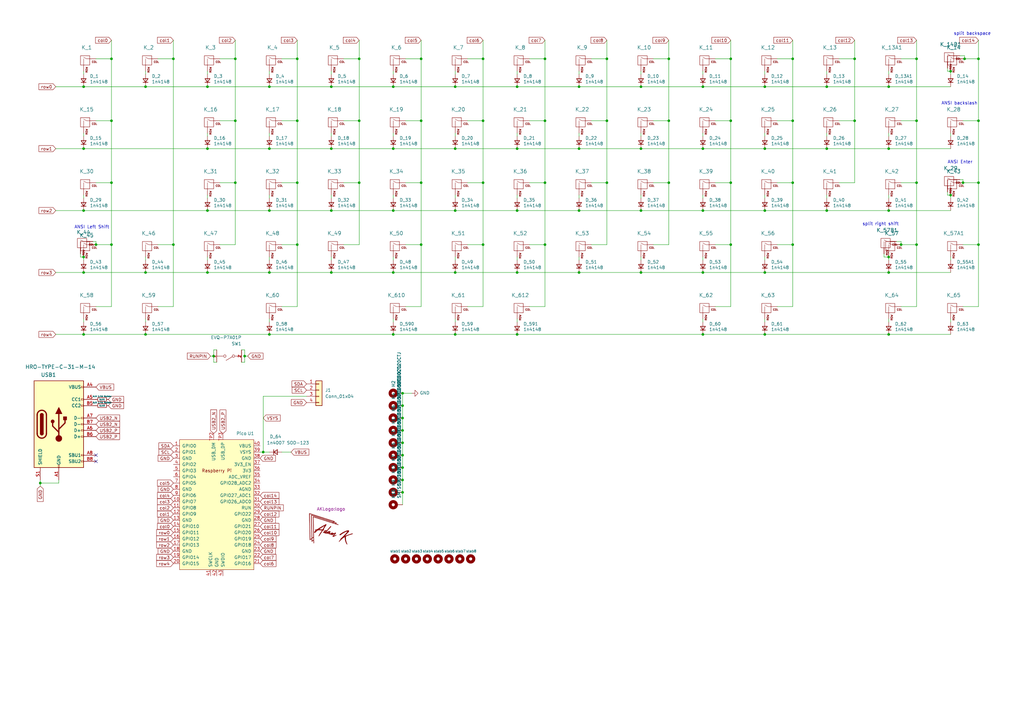
<source format=kicad_sch>
(kicad_sch (version 20230121) (generator eeschema)
  (paper "A3")
  (junction (at 85.09 111.76))
  (junction (at 401.32 74.93))
  (junction (at 299.72 74.93))
  (junction (at 369.57 100.33))
  (junction (at 198.12 74.93))
  (junction (at 172.72 49.53))
  (junction (at 198.12 49.53))
  (junction (at 147.32 74.93))
  (junction (at 401.32 100.33))
  (junction (at 313.69 86.36))
  (junction (at 165.1 166.37))
  (junction (at 121.92 24.13))
  (junction (at 107.95 185.42))
  (junction (at 59.69 35.56))
  (junction (at 375.92 74.93))
  (junction (at 147.32 24.13))
  (junction (at 121.92 49.53))
  (junction (at 364.49 111.76))
  (junction (at 339.09 60.96))
  (junction (at 135.89 86.36))
  (junction (at 198.12 100.33))
  (junction (at 161.29 35.56))
  (junction (at 389.89 80.01))
  (junction (at 339.09 86.36))
  (junction (at 350.52 49.53))
  (junction (at 288.29 60.96))
  (junction (at 237.49 35.56))
  (junction (at 212.09 137.16))
  (junction (at 223.52 100.33))
  (junction (at 375.92 49.53))
  (junction (at 401.32 49.53))
  (junction (at 135.89 111.76))
  (junction (at 288.29 35.56))
  (junction (at 364.49 105.41))
  (junction (at 96.52 49.53))
  (junction (at 161.29 111.76))
  (junction (at 186.69 35.56))
  (junction (at 248.92 74.93))
  (junction (at 59.69 111.76))
  (junction (at 165.1 196.85))
  (junction (at 45.72 74.93))
  (junction (at 186.69 60.96))
  (junction (at 299.72 49.53))
  (junction (at 212.09 86.36))
  (junction (at 34.29 86.36))
  (junction (at 135.89 60.96))
  (junction (at 165.1 176.53))
  (junction (at 165.1 171.45))
  (junction (at 110.49 60.96))
  (junction (at 165.1 161.29))
  (junction (at 186.69 86.36))
  (junction (at 172.72 74.93))
  (junction (at 198.12 24.13))
  (junction (at 288.29 111.76))
  (junction (at 161.29 137.16))
  (junction (at 248.92 49.53))
  (junction (at 288.29 137.16))
  (junction (at 299.72 24.13))
  (junction (at 299.72 100.33))
  (junction (at 325.12 24.13))
  (junction (at 401.32 24.13))
  (junction (at 71.12 24.13))
  (junction (at 262.89 111.76))
  (junction (at 34.29 137.16))
  (junction (at 110.49 111.76))
  (junction (at 274.32 24.13))
  (junction (at 110.49 35.56))
  (junction (at 100.33 146.05))
  (junction (at 262.89 60.96))
  (junction (at 262.89 86.36))
  (junction (at 71.12 100.33))
  (junction (at 237.49 60.96))
  (junction (at 364.49 137.16))
  (junction (at 87.63 146.05))
  (junction (at 110.49 137.16))
  (junction (at 223.52 24.13))
  (junction (at 34.29 105.41))
  (junction (at 212.09 35.56))
  (junction (at 85.09 86.36))
  (junction (at 212.09 111.76))
  (junction (at 110.49 86.36))
  (junction (at 34.29 35.56))
  (junction (at 96.52 24.13))
  (junction (at 325.12 74.93))
  (junction (at 262.89 35.56))
  (junction (at 16.51 198.12))
  (junction (at 288.29 86.36))
  (junction (at 223.52 74.93))
  (junction (at 325.12 100.33))
  (junction (at 248.92 24.13))
  (junction (at 172.72 24.13))
  (junction (at 161.29 60.96))
  (junction (at 350.52 24.13))
  (junction (at 165.1 186.69))
  (junction (at 375.92 24.13))
  (junction (at 389.89 29.21))
  (junction (at 364.49 86.36))
  (junction (at 394.97 74.93))
  (junction (at 237.49 86.36))
  (junction (at 186.69 137.16))
  (junction (at 85.09 60.96))
  (junction (at 339.09 35.56))
  (junction (at 364.49 35.56))
  (junction (at 45.72 24.13))
  (junction (at 45.72 100.33))
  (junction (at 34.29 60.96))
  (junction (at 223.52 49.53))
  (junction (at 45.72 49.53))
  (junction (at 313.69 111.76))
  (junction (at 364.49 60.96))
  (junction (at 165.1 181.61))
  (junction (at 325.12 49.53))
  (junction (at 274.32 74.93))
  (junction (at 96.52 74.93))
  (junction (at 135.89 35.56))
  (junction (at 237.49 111.76))
  (junction (at 313.69 137.16))
  (junction (at 165.1 201.93))
  (junction (at 121.92 74.93))
  (junction (at 121.92 100.33))
  (junction (at 165.1 191.77))
  (junction (at 313.69 35.56))
  (junction (at 161.29 86.36))
  (junction (at 59.69 137.16))
  (junction (at 172.72 100.33))
  (junction (at 85.09 35.56))
  (junction (at 39.37 100.33))
  (junction (at 375.92 100.33))
  (junction (at 186.69 111.76))
  (junction (at 395.605 24.13))
  (junction (at 274.32 49.53))
  (junction (at 212.09 60.96))
  (junction (at 147.32 49.53))
  (junction (at 313.69 60.96))
  (junction (at 34.29 111.76))
  (no_connect (at 39.37 189.23))
  (no_connect (at 39.37 186.69))
  (wire (pts (xy 110.49 29.21) (xy 110.49 30.48)))
  (wire (pts (xy 350.52 24.13) (xy 350.52 49.53)))
  (wire (pts (xy 96.52 100.33) (xy 96.52 74.93)))
  (wire (pts (xy 34.29 105.41) (xy 34.29 106.68)))
  (wire (pts (xy 223.52 74.93) (xy 223.52 49.53)))
  (wire (pts (xy 99.06 143.51) (xy 100.33 143.51)))
  (wire (pts (xy 110.49 35.56) (xy 135.89 35.56)))
  (wire (pts (xy 288.29 111.76) (xy 313.69 111.76)))
  (wire (pts (xy 293.37 74.93) (xy 299.72 74.93)))
  (wire (pts (xy 22.86 137.16) (xy 34.29 137.16)))
  (wire (pts (xy 59.69 105.41) (xy 59.69 106.68)))
  (wire (pts (xy 115.57 24.13) (xy 121.92 24.13)))
  (wire (pts (xy 248.92 74.93) (xy 248.92 49.53)))
  (wire (pts (xy 369.57 100.33) (xy 375.92 100.33)))
  (wire (pts (xy 110.49 86.36) (xy 135.89 86.36)))
  (wire (pts (xy 166.37 125.73) (xy 172.72 125.73)))
  (wire (pts (xy 115.57 49.53) (xy 121.92 49.53)))
  (wire (pts (xy 248.92 100.33) (xy 248.92 74.93)))
  (wire (pts (xy 242.57 100.33) (xy 248.92 100.33)))
  (wire (pts (xy 96.52 24.13) (xy 96.52 49.53)))
  (wire (pts (xy 318.77 49.53) (xy 325.12 49.53)))
  (wire (pts (xy 401.32 24.13) (xy 401.32 49.53)))
  (wire (pts (xy 388.62 29.21) (xy 389.89 29.21)))
  (wire (pts (xy 394.97 125.73) (xy 401.32 125.73)))
  (wire (pts (xy 393.7 22.86) (xy 395.605 22.86)))
  (wire (pts (xy 364.49 86.36) (xy 389.89 86.36)))
  (wire (pts (xy 85.09 54.61) (xy 85.09 55.88)))
  (wire (pts (xy 288.29 35.56) (xy 313.69 35.56)))
  (wire (pts (xy 110.49 54.61) (xy 110.49 55.88)))
  (wire (pts (xy 375.92 24.13) (xy 375.92 49.53)))
  (wire (pts (xy 212.09 60.96) (xy 237.49 60.96)))
  (wire (pts (xy 401.32 100.33) (xy 401.32 74.93)))
  (wire (pts (xy 34.29 35.56) (xy 59.69 35.56)))
  (wire (pts (xy 96.52 16.51) (xy 96.52 24.13)))
  (wire (pts (xy 262.89 54.61) (xy 262.89 55.88)))
  (wire (pts (xy 87.63 146.05) (xy 87.63 143.51)))
  (wire (pts (xy 274.32 24.13) (xy 274.32 49.53)))
  (wire (pts (xy 339.09 80.01) (xy 339.09 81.28)))
  (wire (pts (xy 288.29 60.96) (xy 313.69 60.96)))
  (wire (pts (xy 394.97 73.66) (xy 394.97 74.93)))
  (wire (pts (xy 198.12 125.73) (xy 198.12 100.33)))
  (wire (pts (xy 237.49 105.41) (xy 237.49 106.68)))
  (wire (pts (xy 186.69 54.61) (xy 186.69 55.88)))
  (wire (pts (xy 110.49 80.01) (xy 110.49 81.28)))
  (wire (pts (xy 364.49 105.41) (xy 364.49 106.68)))
  (wire (pts (xy 22.86 35.56) (xy 34.29 35.56)))
  (wire (pts (xy 39.37 100.33) (xy 39.37 99.06)))
  (wire (pts (xy 165.1 191.77) (xy 165.1 186.69)))
  (wire (pts (xy 22.86 60.96) (xy 34.29 60.96)))
  (wire (pts (xy 140.97 74.93) (xy 147.32 74.93)))
  (wire (pts (xy 161.29 54.61) (xy 161.29 55.88)))
  (wire (pts (xy 262.89 105.41) (xy 262.89 106.68)))
  (wire (pts (xy 389.89 80.01) (xy 389.89 81.28)))
  (wire (pts (xy 64.77 24.13) (xy 71.12 24.13)))
  (wire (pts (xy 339.09 86.36) (xy 364.49 86.36)))
  (wire (pts (xy 45.72 100.33) (xy 45.72 74.93)))
  (wire (pts (xy 267.97 74.93) (xy 274.32 74.93)))
  (wire (pts (xy 107.95 162.56) (xy 107.95 185.42)))
  (wire (pts (xy 325.12 74.93) (xy 325.12 49.53)))
  (wire (pts (xy 191.77 49.53) (xy 198.12 49.53)))
  (wire (pts (xy 401.32 16.51) (xy 401.32 24.13)))
  (wire (pts (xy 313.69 137.16) (xy 364.49 137.16)))
  (wire (pts (xy 389.89 80.01) (xy 388.62 80.01)))
  (wire (pts (xy 34.29 137.16) (xy 59.69 137.16)))
  (wire (pts (xy 172.72 24.13) (xy 172.72 49.53)))
  (wire (pts (xy 147.32 24.13) (xy 147.32 49.53)))
  (wire (pts (xy 313.69 130.81) (xy 313.69 132.08)))
  (wire (pts (xy 318.77 100.33) (xy 325.12 100.33)))
  (wire (pts (xy 367.665 99.06) (xy 369.57 99.06)))
  (wire (pts (xy 339.09 54.61) (xy 339.09 55.88)))
  (wire (pts (xy 364.49 80.01) (xy 364.49 81.28)))
  (wire (pts (xy 165.1 161.29) (xy 168.91 161.29)))
  (wire (pts (xy 288.29 29.21) (xy 288.29 30.48)))
  (wire (pts (xy 59.69 35.56) (xy 85.09 35.56)))
  (wire (pts (xy 325.12 100.33) (xy 325.12 74.93)))
  (wire (pts (xy 16.51 198.12) (xy 24.13 198.12)))
  (wire (pts (xy 325.12 16.51) (xy 325.12 24.13)))
  (wire (pts (xy 318.77 24.13) (xy 325.12 24.13)))
  (wire (pts (xy 212.09 54.61) (xy 212.09 55.88)))
  (wire (pts (xy 34.29 111.76) (xy 59.69 111.76)))
  (wire (pts (xy 369.57 24.13) (xy 375.92 24.13)))
  (wire (pts (xy 45.72 125.73) (xy 45.72 100.33)))
  (wire (pts (xy 350.52 74.93) (xy 350.52 49.53)))
  (wire (pts (xy 288.29 54.61) (xy 288.29 55.88)))
  (wire (pts (xy 394.97 24.13) (xy 395.605 24.13)))
  (wire (pts (xy 212.09 111.76) (xy 237.49 111.76)))
  (wire (pts (xy 288.29 137.16) (xy 313.69 137.16)))
  (wire (pts (xy 110.49 105.41) (xy 110.49 106.68)))
  (wire (pts (xy 388.62 27.94) (xy 388.62 29.21)))
  (wire (pts (xy 212.09 105.41) (xy 212.09 106.68)))
  (wire (pts (xy 165.1 166.37) (xy 165.1 161.29)))
  (wire (pts (xy 242.57 49.53) (xy 248.92 49.53)))
  (wire (pts (xy 217.17 74.93) (xy 223.52 74.93)))
  (wire (pts (xy 198.12 24.13) (xy 198.12 49.53)))
  (wire (pts (xy 212.09 29.21) (xy 212.09 30.48)))
  (wire (pts (xy 121.92 24.13) (xy 121.92 49.53)))
  (wire (pts (xy 87.63 146.05) (xy 87.63 148.59)))
  (wire (pts (xy 267.97 49.53) (xy 274.32 49.53)))
  (wire (pts (xy 339.09 35.56) (xy 364.49 35.56)))
  (wire (pts (xy 39.37 24.13) (xy 45.72 24.13)))
  (wire (pts (xy 140.97 24.13) (xy 147.32 24.13)))
  (wire (pts (xy 85.09 60.96) (xy 110.49 60.96)))
  (wire (pts (xy 147.32 100.33) (xy 147.32 74.93)))
  (wire (pts (xy 39.37 100.33) (xy 45.72 100.33)))
  (wire (pts (xy 237.49 86.36) (xy 262.89 86.36)))
  (wire (pts (xy 135.89 111.76) (xy 161.29 111.76)))
  (wire (pts (xy 242.57 74.93) (xy 248.92 74.93)))
  (wire (pts (xy 299.72 24.13) (xy 299.72 49.53)))
  (wire (pts (xy 369.57 49.53) (xy 375.92 49.53)))
  (wire (pts (xy 389.89 54.61) (xy 389.89 55.88)))
  (wire (pts (xy 16.51 198.12) (xy 16.51 196.85)))
  (wire (pts (xy 389.89 105.41) (xy 389.89 106.68)))
  (wire (pts (xy 135.89 29.21) (xy 135.89 30.48)))
  (wire (pts (xy 313.69 29.21) (xy 313.69 30.48)))
  (wire (pts (xy 85.09 86.36) (xy 110.49 86.36)))
  (wire (pts (xy 121.92 125.73) (xy 121.92 100.33)))
  (wire (pts (xy 267.97 100.33) (xy 274.32 100.33)))
  (wire (pts (xy 288.29 86.36) (xy 313.69 86.36)))
  (wire (pts (xy 325.12 125.73) (xy 325.12 100.33)))
  (wire (pts (xy 274.32 74.93) (xy 274.32 49.53)))
  (wire (pts (xy 274.32 16.51) (xy 274.32 24.13)))
  (wire (pts (xy 165.1 186.69) (xy 165.1 181.61)))
  (wire (pts (xy 110.49 137.16) (xy 161.29 137.16)))
  (wire (pts (xy 90.17 100.33) (xy 96.52 100.33)))
  (wire (pts (xy 121.92 100.33) (xy 121.92 74.93)))
  (wire (pts (xy 161.29 29.21) (xy 161.29 30.48)))
  (wire (pts (xy 299.72 16.51) (xy 299.72 24.13)))
  (wire (pts (xy 107.95 185.42) (xy 106.68 185.42)))
  (wire (pts (xy 242.57 24.13) (xy 248.92 24.13)))
  (wire (pts (xy 34.29 130.81) (xy 34.29 132.08)))
  (wire (pts (xy 364.49 35.56) (xy 389.89 35.56)))
  (wire (pts (xy 369.57 99.06) (xy 369.57 100.33)))
  (wire (pts (xy 186.69 80.01) (xy 186.69 81.28)))
  (wire (pts (xy 24.13 198.12) (xy 24.13 196.85)))
  (wire (pts (xy 313.69 54.61) (xy 313.69 55.88)))
  (wire (pts (xy 165.1 176.53) (xy 165.1 171.45)))
  (wire (pts (xy 293.37 24.13) (xy 299.72 24.13)))
  (wire (pts (xy 237.49 35.56) (xy 262.89 35.56)))
  (wire (pts (xy 393.7 73.66) (xy 394.97 73.66)))
  (wire (pts (xy 186.69 86.36) (xy 212.09 86.36)))
  (wire (pts (xy 101.6 146.05) (xy 100.33 146.05)))
  (wire (pts (xy 191.77 24.13) (xy 198.12 24.13)))
  (wire (pts (xy 161.29 60.96) (xy 186.69 60.96)))
  (wire (pts (xy 135.89 54.61) (xy 135.89 55.88)))
  (wire (pts (xy 262.89 29.21) (xy 262.89 30.48)))
  (wire (pts (xy 166.37 24.13) (xy 172.72 24.13)))
  (wire (pts (xy 293.37 125.73) (xy 299.72 125.73)))
  (wire (pts (xy 147.32 74.93) (xy 147.32 49.53)))
  (wire (pts (xy 248.92 24.13) (xy 248.92 49.53)))
  (wire (pts (xy 364.49 29.21) (xy 364.49 30.48)))
  (wire (pts (xy 100.33 146.05) (xy 100.33 148.59)))
  (wire (pts (xy 39.37 49.53) (xy 45.72 49.53)))
  (wire (pts (xy 237.49 29.21) (xy 237.49 30.48)))
  (wire (pts (xy 140.97 100.33) (xy 147.32 100.33)))
  (wire (pts (xy 147.32 16.51) (xy 147.32 24.13)))
  (wire (pts (xy 394.97 74.93) (xy 401.32 74.93)))
  (wire (pts (xy 161.29 132.08) (xy 161.29 130.81)))
  (wire (pts (xy 318.77 74.93) (xy 325.12 74.93)))
  (wire (pts (xy 135.89 86.36) (xy 161.29 86.36)))
  (wire (pts (xy 262.89 60.96) (xy 288.29 60.96)))
  (wire (pts (xy 85.09 80.01) (xy 85.09 81.28)))
  (wire (pts (xy 64.77 100.33) (xy 71.12 100.33)))
  (wire (pts (xy 191.77 100.33) (xy 198.12 100.33)))
  (wire (pts (xy 34.29 60.96) (xy 85.09 60.96)))
  (wire (pts (xy 375.92 16.51) (xy 375.92 24.13)))
  (wire (pts (xy 223.52 125.73) (xy 223.52 100.33)))
  (wire (pts (xy 313.69 35.56) (xy 339.09 35.56)))
  (wire (pts (xy 34.29 29.21) (xy 34.29 30.48)))
  (wire (pts (xy 191.77 74.93) (xy 198.12 74.93)))
  (wire (pts (xy 34.29 80.01) (xy 34.29 81.28)))
  (wire (pts (xy 110.49 111.76) (xy 135.89 111.76)))
  (wire (pts (xy 375.92 74.93) (xy 375.92 49.53)))
  (wire (pts (xy 344.17 74.93) (xy 350.52 74.93)))
  (wire (pts (xy 212.09 86.36) (xy 237.49 86.36)))
  (wire (pts (xy 198.12 100.33) (xy 198.12 74.93)))
  (wire (pts (xy 212.09 35.56) (xy 237.49 35.56)))
  (wire (pts (xy 186.69 105.41) (xy 186.69 106.68)))
  (wire (pts (xy 186.69 60.96) (xy 212.09 60.96)))
  (wire (pts (xy 59.69 29.21) (xy 59.69 30.48)))
  (wire (pts (xy 85.09 35.56) (xy 110.49 35.56)))
  (wire (pts (xy 90.17 24.13) (xy 96.52 24.13)))
  (wire (pts (xy 191.77 125.73) (xy 198.12 125.73)))
  (wire (pts (xy 96.52 74.93) (xy 96.52 49.53)))
  (wire (pts (xy 262.89 111.76) (xy 288.29 111.76)))
  (wire (pts (xy 90.17 49.53) (xy 96.52 49.53)))
  (wire (pts (xy 115.57 74.93) (xy 121.92 74.93)))
  (wire (pts (xy 394.97 100.33) (xy 401.32 100.33)))
  (wire (pts (xy 166.37 100.33) (xy 172.72 100.33)))
  (wire (pts (xy 161.29 86.36) (xy 186.69 86.36)))
  (wire (pts (xy 85.09 29.21) (xy 85.09 30.48)))
  (wire (pts (xy 140.97 49.53) (xy 147.32 49.53)))
  (wire (pts (xy 39.37 125.73) (xy 45.72 125.73)))
  (wire (pts (xy 33.02 105.41) (xy 33.02 104.14)))
  (wire (pts (xy 100.33 143.51) (xy 100.33 146.05)))
  (wire (pts (xy 369.57 125.73) (xy 375.92 125.73)))
  (wire (pts (xy 223.52 16.51) (xy 223.52 24.13)))
  (wire (pts (xy 339.09 29.21) (xy 339.09 30.48)))
  (wire (pts (xy 71.12 125.73) (xy 71.12 100.33)))
  (wire (pts (xy 394.97 49.53) (xy 401.32 49.53)))
  (wire (pts (xy 45.72 74.93) (xy 45.72 49.53)))
  (wire (pts (xy 262.89 86.36) (xy 288.29 86.36)))
  (wire (pts (xy 325.12 24.13) (xy 325.12 49.53)))
  (wire (pts (xy 34.29 54.61) (xy 34.29 55.88)))
  (wire (pts (xy 135.89 60.96) (xy 161.29 60.96)))
  (wire (pts (xy 364.49 60.96) (xy 389.89 60.96)))
  (wire (pts (xy 364.49 54.61) (xy 364.49 55.88)))
  (wire (pts (xy 165.1 171.45) (xy 165.1 166.37)))
  (wire (pts (xy 223.52 24.13) (xy 223.52 49.53)))
  (wire (pts (xy 313.69 60.96) (xy 339.09 60.96)))
  (wire (pts (xy 85.09 105.41) (xy 85.09 106.68)))
  (wire (pts (xy 86.36 146.05) (xy 87.63 146.05)))
  (wire (pts (xy 172.72 125.73) (xy 172.72 100.33)))
  (wire (pts (xy 135.89 105.41) (xy 135.89 106.68)))
  (wire (pts (xy 110.49 60.96) (xy 135.89 60.96)))
  (wire (pts (xy 223.52 100.33) (xy 223.52 74.93)))
  (wire (pts (xy 135.89 80.01) (xy 135.89 81.28)))
  (wire (pts (xy 186.69 29.21) (xy 186.69 30.48)))
  (wire (pts (xy 288.29 130.81) (xy 288.29 132.08)))
  (wire (pts (xy 39.37 74.93) (xy 45.72 74.93)))
  (wire (pts (xy 344.17 24.13) (xy 350.52 24.13)))
  (wire (pts (xy 34.29 86.36) (xy 85.09 86.36)))
  (wire (pts (xy 198.12 16.51) (xy 198.12 24.13)))
  (wire (pts (xy 237.49 80.01) (xy 237.49 81.28)))
  (wire (pts (xy 313.69 111.76) (xy 364.49 111.76)))
  (wire (pts (xy 39.37 99.06) (xy 38.1 99.06)))
  (wire (pts (xy 172.72 74.93) (xy 172.72 49.53)))
  (wire (pts (xy 99.06 148.59) (xy 100.33 148.59)))
  (wire (pts (xy 237.49 54.61) (xy 237.49 55.88)))
  (wire (pts (xy 161.29 35.56) (xy 186.69 35.56)))
  (wire (pts (xy 389.89 29.21) (xy 389.89 30.48)))
  (wire (pts (xy 212.09 137.16) (xy 288.29 137.16)))
  (wire (pts (xy 165.1 196.85) (xy 165.1 191.77)))
  (wire (pts (xy 217.17 125.73) (xy 223.52 125.73)))
  (wire (pts (xy 115.57 100.33) (xy 121.92 100.33)))
  (wire (pts (xy 172.72 100.33) (xy 172.72 74.93)))
  (wire (pts (xy 344.17 49.53) (xy 350.52 49.53)))
  (wire (pts (xy 22.86 86.36) (xy 34.29 86.36)))
  (wire (pts (xy 395.605 24.13) (xy 401.32 24.13)))
  (wire (pts (xy 165.1 201.93) (xy 165.1 196.85)))
  (wire (pts (xy 64.77 125.73) (xy 71.12 125.73)))
  (wire (pts (xy 362.585 105.41) (xy 364.49 105.41)))
  (wire (pts (xy 125.73 162.56) (xy 107.95 162.56)))
  (wire (pts (xy 212.09 80.01) (xy 212.09 81.28)))
  (wire (pts (xy 166.37 49.53) (xy 172.72 49.53)))
  (wire (pts (xy 313.69 86.36) (xy 339.09 86.36)))
  (wire (pts (xy 299.72 125.73) (xy 299.72 100.33)))
  (wire (pts (xy 299.72 100.33) (xy 299.72 74.93)))
  (wire (pts (xy 262.89 80.01) (xy 262.89 81.28)))
  (wire (pts (xy 395.605 22.86) (xy 395.605 24.13)))
  (wire (pts (xy 217.17 100.33) (xy 223.52 100.33)))
  (wire (pts (xy 198.12 74.93) (xy 198.12 49.53)))
  (wire (pts (xy 293.37 49.53) (xy 299.72 49.53)))
  (wire (pts (xy 34.29 105.41) (xy 33.02 105.41)))
  (wire (pts (xy 262.89 35.56) (xy 288.29 35.56)))
  (wire (pts (xy 364.49 130.81) (xy 364.49 132.08)))
  (wire (pts (xy 45.72 16.51) (xy 45.72 24.13)))
  (wire (pts (xy 313.69 80.01) (xy 313.69 81.28)))
  (wire (pts (xy 165.1 207.01) (xy 165.1 201.93)))
  (wire (pts (xy 110.49 185.42) (xy 107.95 185.42)))
  (wire (pts (xy 237.49 60.96) (xy 262.89 60.96)))
  (wire (pts (xy 212.09 132.08) (xy 212.09 130.81)))
  (wire (pts (xy 135.89 35.56) (xy 161.29 35.56)))
  (wire (pts (xy 121.92 74.93) (xy 121.92 49.53)))
  (wire (pts (xy 45.72 24.13) (xy 45.72 49.53)))
  (wire (pts (xy 85.09 111.76) (xy 110.49 111.76)))
  (wire (pts (xy 166.37 74.93) (xy 172.72 74.93)))
  (wire (pts (xy 362.585 104.14) (xy 362.585 105.41)))
  (wire (pts (xy 22.86 111.76) (xy 34.29 111.76)))
  (wire (pts (xy 186.69 130.81) (xy 186.69 132.08)))
  (wire (pts (xy 161.29 80.01) (xy 161.29 81.28)))
  (wire (pts (xy 237.49 111.76) (xy 262.89 111.76)))
  (wire (pts (xy 318.77 125.73) (xy 325.12 125.73)))
  (wire (pts (xy 293.37 100.33) (xy 299.72 100.33)))
  (wire (pts (xy 16.51 199.39) (xy 16.51 198.12)))
  (wire (pts (xy 288.29 105.41) (xy 288.29 106.68)))
  (wire (pts (xy 350.52 16.51) (xy 350.52 24.13)))
  (wire (pts (xy 388.62 80.01) (xy 388.62 78.74)))
  (wire (pts (xy 87.63 148.59) (xy 88.9 148.59)))
  (wire (pts (xy 299.72 74.93) (xy 299.72 49.53)))
  (wire (pts (xy 165.1 181.61) (xy 165.1 176.53)))
  (wire (pts (xy 339.09 60.96) (xy 364.49 60.96)))
  (wire (pts (xy 364.49 111.76) (xy 389.89 111.76)))
  (wire (pts (xy 59.69 111.76) (xy 85.09 111.76)))
  (wire (pts (xy 119.38 185.42) (xy 115.57 185.42)))
  (wire (pts (xy 401.32 125.73) (xy 401.32 100.33)))
  (wire (pts (xy 364.49 137.16) (xy 389.89 137.16)))
  (wire (pts (xy 186.69 35.56) (xy 212.09 35.56)))
  (wire (pts (xy 115.57 125.73) (xy 121.92 125.73)))
  (wire (pts (xy 389.89 130.81) (xy 389.89 132.08)))
  (wire (pts (xy 161.29 105.41) (xy 161.29 106.68)))
  (wire (pts (xy 186.69 137.16) (xy 212.09 137.16)))
  (wire (pts (xy 172.72 16.51) (xy 172.72 24.13)))
  (wire (pts (xy 313.69 105.41) (xy 313.69 106.68)))
  (wire (pts (xy 375.92 100.33) (xy 375.92 74.93)))
  (wire (pts (xy 71.12 16.51) (xy 71.12 24.13)))
  (wire (pts (xy 110.49 130.81) (xy 110.49 132.08)))
  (wire (pts (xy 401.32 49.53) (xy 401.32 74.93)))
  (wire (pts (xy 59.69 130.81) (xy 59.69 132.08)))
  (wire (pts (xy 90.17 74.93) (xy 96.52 74.93)))
  (wire (pts (xy 217.17 24.13) (xy 223.52 24.13)))
  (wire (pts (xy 375.92 125.73) (xy 375.92 100.33)))
  (wire (pts (xy 369.57 74.93) (xy 375.92 74.93)))
  (wire (pts (xy 186.69 111.76) (xy 212.09 111.76)))
  (wire (pts (xy 274.32 100.33) (xy 274.32 74.93)))
  (wire (pts (xy 121.92 16.51) (xy 121.92 24.13)))
  (wire (pts (xy 248.92 16.51) (xy 248.92 24.13)))
  (wire (pts (xy 161.29 111.76) (xy 186.69 111.76)))
  (wire (pts (xy 288.29 80.01) (xy 288.29 81.28)))
  (wire (pts (xy 87.63 143.51) (xy 88.9 143.51)))
  (wire (pts (xy 71.12 24.13) (xy 71.12 100.33)))
  (wire (pts (xy 59.69 137.16) (xy 110.49 137.16)))
  (wire (pts (xy 161.29 137.16) (xy 186.69 137.16)))
  (wire (pts (xy 267.97 24.13) (xy 274.32 24.13)))
  (wire (pts (xy 217.17 49.53) (xy 223.52 49.53)))
  (text "split backspace" (at 391.16 14.605 0) (effects (font (size 1.27 1.27)) (justify left bottom)))
  (text "ANSI Left Shift" (at 30.48 93.98 0) (effects (font (size 1.27 1.27)) (justify left bottom)))
  (text "split right shift" (at 353.695 92.71 0) (effects (font (size 1.27 1.27)) (justify left bottom)))
  (text "ANSI backslash" (at 386.08 43.18 0) (effects (font (size 1.27 1.27)) (justify left bottom)))
  (text "ANSI Enter" (at 388.62 67.31 0) (effects (font (size 1.27 1.27)) (justify left bottom)))
  (global_label "col1" (shape input) (at 71.12 16.51 180) (property "Intersheetrefs" "${INTERSHEET_REFS}" (effects hide)))
  (global_label "col2" (shape input) (at 71.12 208.28 180) (property "Intersheetrefs" "${INTERSHEET_REFS}" (effects hide)))
  (global_label "row3" (shape input) (at 71.12 228.6 180) (property "Intersheetrefs" "${INTERSHEET_REFS}" (effects hide)))
  (global_label "col13" (shape input) (at 375.92 16.51 180) (property "Intersheetrefs" "${INTERSHEET_REFS}" (effects hide)))
  (global_label "SDA" (shape input) (at 71.12 182.88 180) (property "Intersheetrefs" "${INTERSHEET_REFS}" (effects hide)))
  (global_label "col12" (shape input) (at 106.68 210.82 0) (property "Intersheetrefs" "${INTERSHEET_REFS}" (effects hide)))
  (global_label "GND" (shape input) (at 44.45 166.37 0) (property "Intersheetrefs" "${INTERSHEET_REFS}" (effects hide)))
  (global_label "col4" (shape input) (at 71.12 203.2 180) (property "Intersheetrefs" "${INTERSHEET_REFS}" (effects hide)))
  (global_label "GND" (shape input) (at 125.73 165.1 180) (property "Intersheetrefs" "${INTERSHEET_REFS}" (effects hide)))
  (global_label "USB2_P" (shape input) (at 39.37 179.07 0) (property "Intersheetrefs" "${INTERSHEET_REFS}" (effects hide)))
  (global_label "col9" (shape input) (at 274.32 16.51 180) (property "Intersheetrefs" "${INTERSHEET_REFS}" (effects hide)))
  (global_label "RUNPIN" (shape input) (at 106.68 208.28 0) (property "Intersheetrefs" "${INTERSHEET_REFS}" (effects hide)))
  (global_label "row2" (shape input) (at 22.86 86.36 180) (property "Intersheetrefs" "${INTERSHEET_REFS}" (effects hide)))
  (global_label "row2" (shape input) (at 71.12 223.52 180) (property "Intersheetrefs" "${INTERSHEET_REFS}" (effects hide)))
  (global_label "col8" (shape input) (at 106.68 223.52 0) (property "Intersheetrefs" "${INTERSHEET_REFS}" (effects hide)))
  (global_label "RUNPIN" (shape input) (at 86.36 146.05 180) (property "Intersheetrefs" "${INTERSHEET_REFS}" (effects hide)))
  (global_label "col6" (shape input) (at 106.68 231.14 0) (property "Intersheetrefs" "${INTERSHEET_REFS}" (effects hide)))
  (global_label "VSYS" (shape input) (at 107.95 171.45 0) (property "Intersheetrefs" "${INTERSHEET_REFS}" (effects hide)))
  (global_label "GND" (shape input) (at 44.45 163.83 0) (property "Intersheetrefs" "${INTERSHEET_REFS}" (effects hide)))
  (global_label "col5" (shape input) (at 172.72 16.51 180) (property "Intersheetrefs" "${INTERSHEET_REFS}" (effects hide)))
  (global_label "row0" (shape input) (at 22.86 35.56 180) (property "Intersheetrefs" "${INTERSHEET_REFS}" (effects hide)))
  (global_label "USB2_N" (shape input) (at 39.37 171.45 0) (property "Intersheetrefs" "${INTERSHEET_REFS}" (effects hide)))
  (global_label "col10" (shape input) (at 299.72 16.51 180) (property "Intersheetrefs" "${INTERSHEET_REFS}" (effects hide)))
  (global_label "GND" (shape input) (at 71.12 187.96 180) (property "Intersheetrefs" "${INTERSHEET_REFS}" (effects hide)))
  (global_label "row3" (shape input) (at 22.86 111.76 180) (property "Intersheetrefs" "${INTERSHEET_REFS}" (effects hide)))
  (global_label "row1" (shape input) (at 71.12 220.98 180) (property "Intersheetrefs" "${INTERSHEET_REFS}" (effects hide)))
  (global_label "col9" (shape input) (at 106.68 220.98 0) (property "Intersheetrefs" "${INTERSHEET_REFS}" (effects hide)))
  (global_label "GND" (shape input) (at 101.6 146.05 0) (property "Intersheetrefs" "${INTERSHEET_REFS}" (effects hide)))
  (global_label "row4" (shape input) (at 22.86 137.16 180) (property "Intersheetrefs" "${INTERSHEET_REFS}" (effects hide)))
  (global_label "row4" (shape input) (at 71.12 231.14 180) (property "Intersheetrefs" "${INTERSHEET_REFS}" (effects hide)))
  (global_label "col4" (shape input) (at 147.32 16.51 180) (property "Intersheetrefs" "${INTERSHEET_REFS}" (effects hide)))
  (global_label "col10" (shape input) (at 106.68 218.44 0) (property "Intersheetrefs" "${INTERSHEET_REFS}" (effects hide)))
  (global_label "GND" (shape input) (at 106.68 187.96 0) (property "Intersheetrefs" "${INTERSHEET_REFS}" (effects hide)))
  (global_label "col11" (shape input) (at 325.12 16.51 180) (property "Intersheetrefs" "${INTERSHEET_REFS}" (effects hide)))
  (global_label "VBUS" (shape input) (at 39.37 158.75 0) (property "Intersheetrefs" "${INTERSHEET_REFS}" (effects hide)))
  (global_label "col7" (shape input) (at 223.52 16.51 180) (property "Intersheetrefs" "${INTERSHEET_REFS}" (effects hide)))
  (global_label "SDA" (shape input) (at 125.73 157.48 180) (property "Intersheetrefs" "${INTERSHEET_REFS}" (effects hide)))
  (global_label "col12" (shape input) (at 350.52 16.51 180) (property "Intersheetrefs" "${INTERSHEET_REFS}" (effects hide)))
  (global_label "col3" (shape input) (at 71.12 205.74 180) (property "Intersheetrefs" "${INTERSHEET_REFS}" (effects hide)))
  (global_label "SCL" (shape input) (at 125.73 160.02 180) (property "Intersheetrefs" "${INTERSHEET_REFS}" (effects hide)))
  (global_label "GND" (shape input) (at 106.68 213.36 0) (property "Intersheetrefs" "${INTERSHEET_REFS}" (effects hide)))
  (global_label "col14" (shape input) (at 106.68 203.2 0) (property "Intersheetrefs" "${INTERSHEET_REFS}" (effects hide)))
  (global_label "row0" (shape input) (at 71.12 218.44 180) (property "Intersheetrefs" "${INTERSHEET_REFS}" (effects hide)))
  (global_label "GND" (shape input) (at 71.12 213.36 180) (property "Intersheetrefs" "${INTERSHEET_REFS}" (effects hide)))
  (global_label "USB2_P" (shape input) (at 91.44 177.8 90) (property "Intersheetrefs" "${INTERSHEET_REFS}" (effects hide)))
  (global_label "GND" (shape input) (at 71.12 200.66 180) (property "Intersheetrefs" "${INTERSHEET_REFS}" (effects hide)))
  (global_label "GND" (shape input) (at 71.12 226.06 180) (property "Intersheetrefs" "${INTERSHEET_REFS}" (effects hide)))
  (global_label "GND" (shape input) (at 106.68 226.06 0) (property "Intersheetrefs" "${INTERSHEET_REFS}" (effects hide)))
  (global_label "USB2_N" (shape input) (at 39.37 173.99 0) (property "Intersheetrefs" "${INTERSHEET_REFS}" (effects hide)))
  (global_label "col5" (shape input) (at 71.12 198.12 180) (property "Intersheetrefs" "${INTERSHEET_REFS}" (effects hide)))
  (global_label "col0" (shape input) (at 71.12 215.9 180) (property "Intersheetrefs" "${INTERSHEET_REFS}" (effects hide)))
  (global_label "col3" (shape input) (at 121.92 16.51 180) (property "Intersheetrefs" "${INTERSHEET_REFS}" (effects hide)))
  (global_label "col7" (shape input) (at 106.68 228.6 0) (property "Intersheetrefs" "${INTERSHEET_REFS}" (effects hide)))
  (global_label "col13" (shape input) (at 106.68 205.74 0) (property "Intersheetrefs" "${INTERSHEET_REFS}" (effects hide)))
  (global_label "col1" (shape input) (at 71.12 210.82 180) (property "Intersheetrefs" "${INTERSHEET_REFS}" (effects hide)))
  (global_label "col6" (shape input) (at 198.12 16.51 180) (property "Intersheetrefs" "${INTERSHEET_REFS}" (effects hide)))
  (global_label "SCL" (shape input) (at 71.12 185.42 180) (property "Intersheetrefs" "${INTERSHEET_REFS}" (effects hide)))
  (global_label "row1" (shape input) (at 22.86 60.96 180) (property "Intersheetrefs" "${INTERSHEET_REFS}" (effects hide)))
  (global_label "col0" (shape input) (at 45.72 16.51 180) (property "Intersheetrefs" "${INTERSHEET_REFS}" (effects hide)))
  (global_label "col2" (shape input) (at 96.52 16.51 180) (property "Intersheetrefs" "${INTERSHEET_REFS}" (effects hide)))
  (global_label "col11" (shape input) (at 106.68 215.9 0) (property "Intersheetrefs" "${INTERSHEET_REFS}" (effects hide)))
  (global_label "USB2_P" (shape input) (at 39.37 176.53 0) (property "Intersheetrefs" "${INTERSHEET_REFS}" (effects hide)))
  (global_label "USB2_N" (shape input) (at 87.63 177.8 90) (property "Intersheetrefs" "${INTERSHEET_REFS}" (effects hide)))
  (global_label "col8" (shape input) (at 248.92 16.51 180) (property "Intersheetrefs" "${INTERSHEET_REFS}" (effects hide)))
  (global_label "VBUS" (shape input) (at 119.38 185.42 0) (property "Intersheetrefs" "${INTERSHEET_REFS}" (effects hide)))
  (global_label "GND" (shape input) (at 16.51 199.39 270) (property "Intersheetrefs" "${INTERSHEET_REFS}" (effects hide)))
  (global_label "col14" (shape input) (at 401.32 16.51 180) (property "Intersheetrefs" "${INTERSHEET_REFS}" (effects hide)))
  (symbol (lib_id "MX_Alps_Hybrid:MX-NoLED") (at 35.56 25.4 0) (unit 1)
    (property "Reference" "K_1" (at 35.56 19.4818 0) (effects (font (size 1.524 1.524))))
    (property "Value" "KEYSW" (effects hide))
    (property "Footprint" "MX_Only:MXOnly-1U-NoLED" (effects hide))
  )
  (symbol (lib_id "Device:D_Small") (at 59.69 33.02 90) (unit 1)
    (property "Reference" "D_2" (at 62.23 31.242 90) (effects (justify right)))
    (property "Value" "1n4148" (at 62.23 33.528 90) (effects (justify right)))
    (property "Footprint" "Diode_THT:D_DO-35_SOD27_P7.62mm_Horizontal" (effects hide))
  )
  (symbol (lib_id "MX_Alps_Hybrid:MX-NoLED") (at 60.96 25.4 0) (unit 1)
    (property "Reference" "K_2" (at 60.96 19.4818 0) (effects (font (size 1.524 1.524))))
    (property "Value" "KEYSW" (effects hide))
    (property "Footprint" "MX_Only:MXOnly-1U-NoLED" (effects hide))
  )
  (symbol (lib_id "Device:D_Small") (at 85.09 33.02 90) (unit 1)
    (property "Reference" "D_3" (at 87.63 31.242 90) (effects (justify right)))
    (property "Value" "1n4148" (at 87.63 33.528 90) (effects (justify right)))
    (property "Footprint" "Diode_THT:D_DO-35_SOD27_P7.62mm_Horizontal" (effects hide))
  )
  (symbol (lib_id "MX_Alps_Hybrid:MX-NoLED") (at 86.36 25.4 0) (unit 1)
    (property "Reference" "K_3" (at 86.36 19.4818 0) (effects (font (size 1.524 1.524))))
    (property "Value" "KEYSW" (effects hide))
    (property "Footprint" "MX_Only:MXOnly-1U-NoLED" (effects hide))
  )
  (symbol (lib_id "Device:D_Small") (at 110.49 33.02 90) (unit 1)
    (property "Reference" "D_4" (at 113.03 31.242 90) (effects (justify right)))
    (property "Value" "1n4148" (at 113.03 33.528 90) (effects (justify right)))
    (property "Footprint" "Diode_THT:D_DO-35_SOD27_P7.62mm_Horizontal" (effects hide))
  )
  (symbol (lib_id "MX_Alps_Hybrid:MX-NoLED") (at 111.76 25.4 0) (unit 1)
    (property "Reference" "K_4" (at 111.76 19.4818 0) (effects (font (size 1.524 1.524))))
    (property "Value" "KEYSW" (effects hide))
    (property "Footprint" "MX_Only:MXOnly-1U-NoLED" (effects hide))
  )
  (symbol (lib_id "Device:D_Small") (at 135.89 33.02 90) (unit 1)
    (property "Reference" "D_5" (at 138.43 31.242 90) (effects (justify right)))
    (property "Value" "1n4148" (at 138.43 33.528 90) (effects (justify right)))
    (property "Footprint" "Diode_THT:D_DO-35_SOD27_P7.62mm_Horizontal" (effects hide))
  )
  (symbol (lib_id "MX_Alps_Hybrid:MX-NoLED") (at 137.16 25.4 0) (unit 1)
    (property "Reference" "K_5" (at 137.16 19.4818 0) (effects (font (size 1.524 1.524))))
    (property "Value" "KEYSW" (effects hide))
    (property "Footprint" "MX_Only:MXOnly-1U-NoLED" (effects hide))
  )
  (symbol (lib_id "Device:D_Small") (at 161.29 33.02 90) (unit 1)
    (property "Reference" "D_6" (at 163.83 31.242 90) (effects (justify right)))
    (property "Value" "1n4148" (at 163.83 33.528 90) (effects (justify right)))
    (property "Footprint" "Diode_THT:D_DO-35_SOD27_P7.62mm_Horizontal" (effects hide))
  )
  (symbol (lib_id "MX_Alps_Hybrid:MX-NoLED") (at 162.56 25.4 0) (unit 1)
    (property "Reference" "K_6" (at 162.56 19.4818 0) (effects (font (size 1.524 1.524))))
    (property "Value" "KEYSW" (effects hide))
    (property "Footprint" "MX_Only:MXOnly-1U-NoLED" (effects hide))
  )
  (symbol (lib_id "Device:D_Small") (at 186.69 33.02 90) (unit 1)
    (property "Reference" "D_7" (at 189.23 31.242 90) (effects (justify right)))
    (property "Value" "1n4148" (at 189.23 33.528 90) (effects (justify right)))
    (property "Footprint" "Diode_THT:D_DO-35_SOD27_P7.62mm_Horizontal" (effects hide))
  )
  (symbol (lib_id "MX_Alps_Hybrid:MX-NoLED") (at 187.96 25.4 0) (unit 1)
    (property "Reference" "K_7" (at 187.96 19.4818 0) (effects (font (size 1.524 1.524))))
    (property "Value" "KEYSW" (effects hide))
    (property "Footprint" "MX_Only:MXOnly-1U-NoLED" (effects hide))
  )
  (symbol (lib_id "Device:D_Small") (at 212.09 33.02 90) (unit 1)
    (property "Reference" "D_8" (at 214.63 31.242 90) (effects (justify right)))
    (property "Value" "1n4148" (at 214.63 33.528 90) (effects (justify right)))
    (property "Footprint" "Diode_THT:D_DO-35_SOD27_P7.62mm_Horizontal" (effects hide))
  )
  (symbol (lib_id "MX_Alps_Hybrid:MX-NoLED") (at 213.36 25.4 0) (unit 1)
    (property "Reference" "K_8" (at 213.36 19.4818 0) (effects (font (size 1.524 1.524))))
    (property "Value" "KEYSW" (effects hide))
    (property "Footprint" "MX_Only:MXOnly-1U-NoLED" (effects hide))
  )
  (symbol (lib_id "Device:D_Small") (at 237.49 33.02 90) (unit 1)
    (property "Reference" "D_9" (at 240.03 31.242 90) (effects (justify right)))
    (property "Value" "1n4148" (at 240.03 33.528 90) (effects (justify right)))
    (property "Footprint" "Diode_THT:D_DO-35_SOD27_P7.62mm_Horizontal" (effects hide))
  )
  (symbol (lib_id "MX_Alps_Hybrid:MX-NoLED") (at 238.76 25.4 0) (unit 1)
    (property "Reference" "K_9" (at 238.76 19.4818 0) (effects (font (size 1.524 1.524))))
    (property "Value" "KEYSW" (effects hide))
    (property "Footprint" "MX_Only:MXOnly-1U-NoLED" (effects hide))
  )
  (symbol (lib_id "Device:D_Small") (at 262.89 33.02 90) (unit 1)
    (property "Reference" "D_10" (at 265.43 31.242 90) (effects (justify right)))
    (property "Value" "1n4148" (at 265.43 33.528 90) (effects (justify right)))
    (property "Footprint" "Diode_THT:D_DO-35_SOD27_P7.62mm_Horizontal" (effects hide))
  )
  (symbol (lib_id "MX_Alps_Hybrid:MX-NoLED") (at 264.16 25.4 0) (unit 1)
    (property "Reference" "K_10" (at 264.16 19.4818 0) (effects (font (size 1.524 1.524))))
    (property "Value" "KEYSW" (effects hide))
    (property "Footprint" "MX_Only:MXOnly-1U-NoLED" (effects hide))
  )
  (symbol (lib_id "Device:D_Small") (at 288.29 33.02 90) (unit 1)
    (property "Reference" "D_11" (at 290.83 31.242 90) (effects (justify right)))
    (property "Value" "1n4148" (at 290.83 33.528 90) (effects (justify right)))
    (property "Footprint" "Diode_THT:D_DO-35_SOD27_P7.62mm_Horizontal" (effects hide))
  )
  (symbol (lib_id "MX_Alps_Hybrid:MX-NoLED") (at 289.56 25.4 0) (unit 1)
    (property "Reference" "K_11" (at 289.56 19.4818 0) (effects (font (size 1.524 1.524))))
    (property "Value" "KEYSW" (effects hide))
    (property "Footprint" "MX_Only:MXOnly-1U-NoLED" (effects hide))
  )
  (symbol (lib_id "Device:D_Small") (at 313.69 33.02 90) (unit 1)
    (property "Reference" "D_12" (at 316.23 31.242 90) (effects (justify right)))
    (property "Value" "1n4148" (at 316.23 33.528 90) (effects (justify right)))
    (property "Footprint" "Diode_THT:D_DO-35_SOD27_P7.62mm_Horizontal" (effects hide))
  )
  (symbol (lib_id "MX_Alps_Hybrid:MX-NoLED") (at 314.96 25.4 0) (unit 1)
    (property "Reference" "K_12" (at 314.96 19.4818 0) (effects (font (size 1.524 1.524))))
    (property "Value" "KEYSW" (effects hide))
    (property "Footprint" "MX_Only:MXOnly-1U-NoLED" (effects hide))
  )
  (symbol (lib_id "Device:D_Small") (at 339.09 33.02 90) (unit 1)
    (property "Reference" "D_13" (at 341.63 31.242 90) (effects (justify right)))
    (property "Value" "1n4148" (at 341.63 33.528 90) (effects (justify right)))
    (property "Footprint" "Diode_THT:D_DO-35_SOD27_P7.62mm_Horizontal" (effects hide))
  )
  (symbol (lib_id "MX_Alps_Hybrid:MX-NoLED") (at 340.36 25.4 0) (unit 1)
    (property "Reference" "K_13" (at 340.36 19.4818 0) (effects (font (size 1.524 1.524))))
    (property "Value" "KEYSW" (effects hide))
    (property "Footprint" "MX_Only:MXOnly-1U-NoLED" (effects hide))
  )
  (symbol (lib_id "Device:D_Small") (at 389.89 33.02 90) (unit 1)
    (property "Reference" "D_14" (at 392.43 31.242 90) (effects (justify right)))
    (property "Value" "1n4148" (at 392.43 33.528 90) (effects (justify right)))
    (property "Footprint" "Diode_THT:D_DO-35_SOD27_P7.62mm_Horizontal" (effects hide))
  )
  (symbol (lib_id "MX_Alps_Hybrid:MX-NoLED") (at 391.16 25.4 0) (unit 1)
    (property "Reference" "K_14" (at 391.16 19.4818 0) (effects (font (size 1.524 1.524))))
    (property "Value" "KEYSW" (effects hide))
    (property "Footprint" "MX_Only:MXOnly-1U-NoLED" (effects hide))
  )
  (symbol (lib_id "Device:D_Small") (at 34.29 58.42 90) (unit 1)
    (property "Reference" "D_15" (at 36.83 56.642 90) (effects (justify right)))
    (property "Value" "1n4148" (at 36.83 58.928 90) (effects (justify right)))
    (property "Footprint" "Diode_THT:D_DO-35_SOD27_P7.62mm_Horizontal" (effects hide))
  )
  (symbol (lib_id "MX_Alps_Hybrid:MX-NoLED") (at 35.56 50.8 0) (unit 1)
    (property "Reference" "K_15" (at 35.56 44.8818 0) (effects (font (size 1.524 1.524))))
    (property "Value" "KEYSW" (effects hide))
    (property "Footprint" "MX_Only:MXOnly-1U-NoLED" (effects hide))
  )
  (symbol (lib_id "Device:D_Small") (at 85.09 58.42 90) (unit 1)
    (property "Reference" "D_16" (at 87.63 56.642 90) (effects (justify right)))
    (property "Value" "1n4148" (at 87.63 58.928 90) (effects (justify right)))
    (property "Footprint" "Diode_THT:D_DO-35_SOD27_P7.62mm_Horizontal" (effects hide))
  )
  (symbol (lib_id "MX_Alps_Hybrid:MX-NoLED") (at 86.36 50.8 0) (unit 1)
    (property "Reference" "K_16" (at 86.36 44.8818 0) (effects (font (size 1.524 1.524))))
    (property "Value" "KEYSW" (effects hide))
    (property "Footprint" "MX_Only:MXOnly-1U-NoLED" (effects hide))
  )
  (symbol (lib_id "Device:D_Small") (at 110.49 58.42 90) (unit 1)
    (property "Reference" "D_17" (at 113.03 56.642 90) (effects (justify right)))
    (property "Value" "1n4148" (at 113.03 58.928 90) (effects (justify right)))
    (property "Footprint" "Diode_THT:D_DO-35_SOD27_P7.62mm_Horizontal" (effects hide))
  )
  (symbol (lib_id "MX_Alps_Hybrid:MX-NoLED") (at 111.76 50.8 0) (unit 1)
    (property "Reference" "K_17" (at 111.76 44.8818 0) (effects (font (size 1.524 1.524))))
    (property "Value" "KEYSW" (effects hide))
    (property "Footprint" "MX_Only:MXOnly-1U-NoLED" (effects hide))
  )
  (symbol (lib_id "Device:D_Small") (at 135.89 58.42 90) (unit 1)
    (property "Reference" "D_18" (at 138.43 56.642 90) (effects (justify right)))
    (property "Value" "1n4148" (at 138.43 58.928 90) (effects (justify right)))
    (property "Footprint" "Diode_THT:D_DO-35_SOD27_P7.62mm_Horizontal" (effects hide))
  )
  (symbol (lib_id "MX_Alps_Hybrid:MX-NoLED") (at 137.16 50.8 0) (unit 1)
    (property "Reference" "K_18" (at 137.16 44.8818 0) (effects (font (size 1.524 1.524))))
    (property "Value" "KEYSW" (effects hide))
    (property "Footprint" "MX_Only:MXOnly-1U-NoLED" (effects hide))
  )
  (symbol (lib_id "Device:D_Small") (at 161.29 58.42 90) (unit 1)
    (property "Reference" "D_19" (at 163.83 56.642 90) (effects (justify right)))
    (property "Value" "1n4148" (at 163.83 58.928 90) (effects (justify right)))
    (property "Footprint" "Diode_THT:D_DO-35_SOD27_P7.62mm_Horizontal" (effects hide))
  )
  (symbol (lib_id "MX_Alps_Hybrid:MX-NoLED") (at 162.56 50.8 0) (unit 1)
    (property "Reference" "K_19" (at 162.56 44.8818 0) (effects (font (size 1.524 1.524))))
    (property "Value" "KEYSW" (effects hide))
    (property "Footprint" "MX_Only:MXOnly-1U-NoLED" (effects hide))
  )
  (symbol (lib_id "Device:D_Small") (at 186.69 58.42 90) (unit 1)
    (property "Reference" "D_20" (at 189.23 56.642 90) (effects (justify right)))
    (property "Value" "1n4148" (at 189.23 58.928 90) (effects (justify right)))
    (property "Footprint" "Diode_THT:D_DO-35_SOD27_P7.62mm_Horizontal" (effects hide))
  )
  (symbol (lib_id "MX_Alps_Hybrid:MX-NoLED") (at 187.96 50.8 0) (unit 1)
    (property "Reference" "K_20" (at 187.96 44.8818 0) (effects (font (size 1.524 1.524))))
    (property "Value" "KEYSW" (effects hide))
    (property "Footprint" "MX_Only:MXOnly-1U-NoLED" (effects hide))
  )
  (symbol (lib_id "Device:D_Small") (at 212.09 58.42 90) (unit 1)
    (property "Reference" "D_21" (at 214.63 56.642 90) (effects (justify right)))
    (property "Value" "1n4148" (at 214.63 58.928 90) (effects (justify right)))
    (property "Footprint" "Diode_THT:D_DO-35_SOD27_P7.62mm_Horizontal" (effects hide))
  )
  (symbol (lib_id "MX_Alps_Hybrid:MX-NoLED") (at 213.36 50.8 0) (unit 1)
    (property "Reference" "K_21" (at 213.36 44.8818 0) (effects (font (size 1.524 1.524))))
    (property "Value" "KEYSW" (effects hide))
    (property "Footprint" "MX_Only:MXOnly-1U-NoLED" (effects hide))
  )
  (symbol (lib_id "Device:D_Small") (at 237.49 58.42 90) (unit 1)
    (property "Reference" "D_22" (at 240.03 56.642 90) (effects (justify right)))
    (property "Value" "1n4148" (at 240.03 58.928 90) (effects (justify right)))
    (property "Footprint" "Diode_THT:D_DO-35_SOD27_P7.62mm_Horizontal" (effects hide))
  )
  (symbol (lib_id "MX_Alps_Hybrid:MX-NoLED") (at 238.76 50.8 0) (unit 1)
    (property "Reference" "K_22" (at 238.76 44.8818 0) (effects (font (size 1.524 1.524))))
    (property "Value" "KEYSW" (effects hide))
    (property "Footprint" "MX_Only:MXOnly-1U-NoLED" (effects hide))
  )
  (symbol (lib_id "Device:D_Small") (at 262.89 58.42 90) (unit 1)
    (property "Reference" "D_23" (at 265.43 56.642 90) (effects (justify right)))
    (property "Value" "1n4148" (at 265.43 58.928 90) (effects (justify right)))
    (property "Footprint" "Diode_THT:D_DO-35_SOD27_P7.62mm_Horizontal" (effects hide))
  )
  (symbol (lib_id "MX_Alps_Hybrid:MX-NoLED") (at 264.16 50.8 0) (unit 1)
    (property "Reference" "K_23" (at 264.16 44.8818 0) (effects (font (size 1.524 1.524))))
    (property "Value" "KEYSW" (effects hide))
    (property "Footprint" "MX_Only:MXOnly-1U-NoLED" (effects hide))
  )
  (symbol (lib_id "Device:D_Small") (at 288.29 58.42 90) (unit 1)
    (property "Reference" "D_24" (at 290.83 56.642 90) (effects (justify right)))
    (property "Value" "1n4148" (at 290.83 58.928 90) (effects (justify right)))
    (property "Footprint" "Diode_THT:D_DO-35_SOD27_P7.62mm_Horizontal" (effects hide))
  )
  (symbol (lib_id "MX_Alps_Hybrid:MX-NoLED") (at 289.56 50.8 0) (unit 1)
    (property "Reference" "K_24" (at 289.56 44.8818 0) (effects (font (size 1.524 1.524))))
    (property "Value" "KEYSW" (effects hide))
    (property "Footprint" "MX_Only:MXOnly-1U-NoLED" (effects hide))
  )
  (symbol (lib_id "Device:D_Small") (at 313.69 58.42 90) (unit 1)
    (property "Reference" "D_25" (at 316.23 56.642 90) (effects (justify right)))
    (property "Value" "1n4148" (at 316.23 58.928 90) (effects (justify right)))
    (property "Footprint" "Diode_THT:D_DO-35_SOD27_P7.62mm_Horizontal" (effects hide))
  )
  (symbol (lib_id "MX_Alps_Hybrid:MX-NoLED") (at 314.96 50.8 0) (unit 1)
    (property "Reference" "K_25" (at 314.96 44.8818 0) (effects (font (size 1.524 1.524))))
    (property "Value" "KEYSW" (effects hide))
    (property "Footprint" "MX_Only:MXOnly-1U-NoLED" (effects hide))
  )
  (symbol (lib_id "Device:D_Small") (at 339.09 58.42 90) (unit 1)
    (property "Reference" "D_26" (at 341.63 56.642 90) (effects (justify right)))
    (property "Value" "1n4148" (at 341.63 58.928 90) (effects (justify right)))
    (property "Footprint" "Diode_THT:D_DO-35_SOD27_P7.62mm_Horizontal" (effects hide))
  )
  (symbol (lib_id "MX_Alps_Hybrid:MX-NoLED") (at 340.36 50.8 0) (unit 1)
    (property "Reference" "K_26" (at 340.36 44.8818 0) (effects (font (size 1.524 1.524))))
    (property "Value" "KEYSW" (effects hide))
    (property "Footprint" "MX_Only:MXOnly-1U-NoLED" (effects hide))
  )
  (symbol (lib_id "Device:D_Small") (at 364.49 58.42 90) (unit 1)
    (property "Reference" "D_27" (at 367.03 56.642 90) (effects (justify right)))
    (property "Value" "1n4148" (at 367.03 58.928 90) (effects (justify right)))
    (property "Footprint" "Diode_THT:D_DO-35_SOD27_P7.62mm_Horizontal" (effects hide))
  )
  (symbol (lib_id "MX_Alps_Hybrid:MX-NoLED") (at 365.76 50.8 0) (unit 1)
    (property "Reference" "K_27" (at 365.76 44.8818 0) (effects (font (size 1.524 1.524))))
    (property "Value" "KEYSW" (effects hide))
    (property "Footprint" "MX_Only:MXOnly-1U-NoLED" (effects hide))
  )
  (symbol (lib_id "Device:D_Small") (at 389.89 83.82 90) (unit 1)
    (property "Reference" "D_42" (at 392.43 82.042 90) (effects (justify right)))
    (property "Value" "1n4148" (at 392.43 84.328 90) (effects (justify right)))
    (property "Footprint" "Diode_THT:D_DO-35_SOD27_P7.62mm_Horizontal" (effects hide))
  )
  (symbol (lib_id "MX_Alps_Hybrid:MX-NoLED") (at 391.16 76.2 0) (unit 1)
    (property "Reference" "K_43" (at 391.16 70.2818 0) (effects (font (size 1.524 1.524))))
    (property "Value" "KEYSW" (effects hide))
    (property "Footprint" "MX_Only:MXOnly-1U-NoLED" (effects hide))
  )
  (symbol (lib_id "Device:D_Small") (at 34.29 83.82 90) (unit 1)
    (property "Reference" "D_29" (at 36.83 82.042 90) (effects (justify right)))
    (property "Value" "1n4148" (at 36.83 84.328 90) (effects (justify right)))
    (property "Footprint" "Diode_THT:D_DO-35_SOD27_P7.62mm_Horizontal" (effects hide))
  )
  (symbol (lib_id "MX_Alps_Hybrid:MX-NoLED") (at 35.56 76.2 0) (unit 1)
    (property "Reference" "K_30" (at 35.56 70.2818 0) (effects (font (size 1.524 1.524))))
    (property "Value" "KEYSW" (effects hide))
    (property "Footprint" "MX_Only:MXOnly-1U-NoLED" (effects hide))
  )
  (symbol (lib_id "Device:D_Small") (at 85.09 83.82 90) (unit 1)
    (property "Reference" "D_30" (at 87.63 82.042 90) (effects (justify right)))
    (property "Value" "1n4148" (at 87.63 84.328 90) (effects (justify right)))
    (property "Footprint" "Diode_THT:D_DO-35_SOD27_P7.62mm_Horizontal" (effects hide))
  )
  (symbol (lib_id "MX_Alps_Hybrid:MX-NoLED") (at 86.36 76.2 0) (unit 1)
    (property "Reference" "K_31" (at 86.36 70.2818 0) (effects (font (size 1.524 1.524))))
    (property "Value" "KEYSW" (effects hide))
    (property "Footprint" "MX_Only:MXOnly-1U-NoLED" (effects hide))
  )
  (symbol (lib_id "Device:D_Small") (at 110.49 83.82 90) (unit 1)
    (property "Reference" "D_31" (at 113.03 82.042 90) (effects (justify right)))
    (property "Value" "1n4148" (at 113.03 84.328 90) (effects (justify right)))
    (property "Footprint" "Diode_THT:D_DO-35_SOD27_P7.62mm_Horizontal" (effects hide))
  )
  (symbol (lib_id "MX_Alps_Hybrid:MX-NoLED") (at 111.76 76.2 0) (unit 1)
    (property "Reference" "K_32" (at 111.76 70.2818 0) (effects (font (size 1.524 1.524))))
    (property "Value" "KEYSW" (effects hide))
    (property "Footprint" "MX_Only:MXOnly-1U-NoLED" (effects hide))
  )
  (symbol (lib_id "Device:D_Small") (at 135.89 83.82 90) (unit 1)
    (property "Reference" "D_32" (at 138.43 82.042 90) (effects (justify right)))
    (property "Value" "1n4148" (at 138.43 84.328 90) (effects (justify right)))
    (property "Footprint" "Diode_THT:D_DO-35_SOD27_P7.62mm_Horizontal" (effects hide))
  )
  (symbol (lib_id "MX_Alps_Hybrid:MX-NoLED") (at 137.16 76.2 0) (unit 1)
    (property "Reference" "K_33" (at 137.16 70.2818 0) (effects (font (size 1.524 1.524))))
    (property "Value" "KEYSW" (effects hide))
    (property "Footprint" "MX_Only:MXOnly-1U-NoLED" (effects hide))
  )
  (symbol (lib_id "Device:D_Small") (at 161.29 83.82 90) (unit 1)
    (property "Reference" "D_33" (at 163.83 82.042 90) (effects (justify right)))
    (property "Value" "1n4148" (at 163.83 84.328 90) (effects (justify right)))
    (property "Footprint" "Diode_THT:D_DO-35_SOD27_P7.62mm_Horizontal" (effects hide))
  )
  (symbol (lib_id "MX_Alps_Hybrid:MX-NoLED") (at 162.56 76.2 0) (unit 1)
    (property "Reference" "K_34" (at 162.56 70.2818 0) (effects (font (size 1.524 1.524))))
    (property "Value" "KEYSW" (effects hide))
    (property "Footprint" "MX_Only:MXOnly-1U-NoLED" (effects hide))
  )
  (symbol (lib_id "Device:D_Small") (at 186.69 83.82 90) (unit 1)
    (property "Reference" "D_34" (at 189.23 82.042 90) (effects (justify right)))
    (property "Value" "1n4148" (at 189.23 84.328 90) (effects (justify right)))
    (property "Footprint" "Diode_THT:D_DO-35_SOD27_P7.62mm_Horizontal" (effects hide))
  )
  (symbol (lib_id "MX_Alps_Hybrid:MX-NoLED") (at 187.96 76.2 0) (unit 1)
    (property "Reference" "K_35" (at 187.96 70.2818 0) (effects (font (size 1.524 1.524))))
    (property "Value" "KEYSW" (effects hide))
    (property "Footprint" "MX_Only:MXOnly-1U-NoLED" (effects hide))
  )
  (symbol (lib_id "Device:D_Small") (at 212.09 83.82 90) (unit 1)
    (property "Reference" "D_35" (at 214.63 82.042 90) (effects (justify right)))
    (property "Value" "1n4148" (at 214.63 84.328 90) (effects (justify right)))
    (property "Footprint" "Diode_THT:D_DO-35_SOD27_P7.62mm_Horizontal" (effects hide))
  )
  (symbol (lib_id "MX_Alps_Hybrid:MX-NoLED") (at 213.36 76.2 0) (unit 1)
    (property "Reference" "K_36" (at 213.36 70.2818 0) (effects (font (size 1.524 1.524))))
    (property "Value" "KEYSW" (effects hide))
    (property "Footprint" "MX_Only:MXOnly-1U-NoLED" (effects hide))
  )
  (symbol (lib_id "Device:D_Small") (at 237.49 83.82 90) (unit 1)
    (property "Reference" "D_36" (at 240.03 82.042 90) (effects (justify right)))
    (property "Value" "1n4148" (at 240.03 84.328 90) (effects (justify right)))
    (property "Footprint" "Diode_THT:D_DO-35_SOD27_P7.62mm_Horizontal" (effects hide))
  )
  (symbol (lib_id "MX_Alps_Hybrid:MX-NoLED") (at 238.76 76.2 0) (unit 1)
    (property "Reference" "K_37" (at 238.76 70.2818 0) (effects (font (size 1.524 1.524))))
    (property "Value" "KEYSW" (effects hide))
    (property "Footprint" "MX_Only:MXOnly-1U-NoLED" (effects hide))
  )
  (symbol (lib_id "Device:D_Small") (at 262.89 83.82 90) (unit 1)
    (property "Reference" "D_37" (at 265.43 82.042 90) (effects (justify right)))
    (property "Value" "1n4148" (at 265.43 84.328 90) (effects (justify right)))
    (property "Footprint" "Diode_THT:D_DO-35_SOD27_P7.62mm_Horizontal" (effects hide))
  )
  (symbol (lib_id "MX_Alps_Hybrid:MX-NoLED") (at 264.16 76.2 0) (unit 1)
    (property "Reference" "K_38" (at 264.16 70.2818 0) (effects (font (size 1.524 1.524))))
    (property "Value" "KEYSW" (effects hide))
    (property "Footprint" "MX_Only:MXOnly-1U-NoLED" (effects hide))
  )
  (symbol (lib_id "Device:D_Small") (at 288.29 83.82 90) (unit 1)
    (property "Reference" "D_38" (at 290.83 82.042 90) (effects (justify right)))
    (property "Value" "1n4148" (at 290.83 84.328 90) (effects (justify right)))
    (property "Footprint" "Diode_THT:D_DO-35_SOD27_P7.62mm_Horizontal" (effects hide))
  )
  (symbol (lib_id "MX_Alps_Hybrid:MX-NoLED") (at 289.56 76.2 0) (unit 1)
    (property "Reference" "K_39" (at 289.56 70.2818 0) (effects (font (size 1.524 1.524))))
    (property "Value" "KEYSW" (effects hide))
    (property "Footprint" "MX_Only:MXOnly-1U-NoLED" (effects hide))
  )
  (symbol (lib_id "Device:D_Small") (at 313.69 83.82 90) (unit 1)
    (property "Reference" "D_39" (at 316.23 82.042 90) (effects (justify right)))
    (property "Value" "1n4148" (at 316.23 84.328 90) (effects (justify right)))
    (property "Footprint" "Diode_THT:D_DO-35_SOD27_P7.62mm_Horizontal" (effects hide))
  )
  (symbol (lib_id "MX_Alps_Hybrid:MX-NoLED") (at 314.96 76.2 0) (unit 1)
    (property "Reference" "K_40" (at 314.96 70.2818 0) (effects (font (size 1.524 1.524))))
    (property "Value" "KEYSW" (effects hide))
    (property "Footprint" "MX_Only:MXOnly-1U-NoLED" (effects hide))
  )
  (symbol (lib_id "Device:D_Small") (at 339.09 83.82 90) (unit 1)
    (property "Reference" "D_40" (at 341.63 82.042 90) (effects (justify right)))
    (property "Value" "1n4148" (at 341.63 84.328 90) (effects (justify right)))
    (property "Footprint" "Diode_THT:D_DO-35_SOD27_P7.62mm_Horizontal" (effects hide))
  )
  (symbol (lib_id "MX_Alps_Hybrid:MX-NoLED") (at 340.36 76.2 0) (unit 1)
    (property "Reference" "K_41" (at 340.36 70.2818 0) (effects (font (size 1.524 1.524))))
    (property "Value" "KEYSW" (effects hide))
    (property "Footprint" "MX_Only:MXOnly-1U-NoLED" (effects hide))
  )
  (symbol (lib_id "Device:D_Small") (at 364.49 83.82 90) (unit 1)
    (property "Reference" "D_41" (at 367.03 82.042 90) (effects (justify right)))
    (property "Value" "1n4148" (at 367.03 84.328 90) (effects (justify right)))
    (property "Footprint" "Diode_THT:D_DO-35_SOD27_P7.62mm_Horizontal" (effects hide))
  )
  (symbol (lib_id "MX_Alps_Hybrid:MX-NoLED") (at 365.76 76.2 0) (unit 1)
    (property "Reference" "K_42" (at 365.76 70.2818 0) (effects (font (size 1.524 1.524))))
    (property "Value" "KEYSW" (effects hide))
    (property "Footprint" "MX_Only:MXOnly-1U-NoLED" (effects hide))
  )
  (symbol (lib_id "Device:D_Small") (at 34.29 109.22 90) (unit 1)
    (property "Reference" "D_43" (at 36.83 107.442 90) (effects (justify right)))
    (property "Value" "1n4148" (at 36.83 109.728 90) (effects (justify right)))
    (property "Footprint" "Diode_THT:D_DO-35_SOD27_P7.62mm_Horizontal" (effects hide))
  )
  (symbol (lib_id "MX_Alps_Hybrid:MX-NoLED") (at 35.56 101.6 0) (unit 1)
    (property "Reference" "K_45" (at 35.56 96.52 0) (effects (font (size 1.524 1.524))))
    (property "Value" "KEYSW" (effects hide))
    (property "Footprint" "MX_Only:MXOnly-1U-NoLED" (effects hide))
  )
  (symbol (lib_id "Device:D_Small") (at 59.69 109.22 90) (unit 1)
    (property "Reference" "D_44" (at 62.23 107.442 90) (effects (justify right)))
    (property "Value" "1n4148" (at 62.23 109.728 90) (effects (justify right)))
    (property "Footprint" "Diode_THT:D_DO-35_SOD27_P7.62mm_Horizontal" (effects hide))
  )
  (symbol (lib_id "MX_Alps_Hybrid:MX-NoLED") (at 60.96 101.6 0) (unit 1)
    (property "Reference" "K_46" (at 60.96 95.6818 0) (effects (font (size 1.524 1.524))))
    (property "Value" "KEYSW" (effects hide))
    (property "Footprint" "MX_Only:MXOnly-1U-NoLED" (effects hide))
  )
  (symbol (lib_id "Device:D_Small") (at 85.09 109.22 90) (unit 1)
    (property "Reference" "D_45" (at 87.63 107.442 90) (effects (justify right)))
    (property "Value" "1n4148" (at 87.63 109.728 90) (effects (justify right)))
    (property "Footprint" "Diode_THT:D_DO-35_SOD27_P7.62mm_Horizontal" (effects hide))
  )
  (symbol (lib_id "MX_Alps_Hybrid:MX-NoLED") (at 86.36 101.6 0) (unit 1)
    (property "Reference" "K_47" (at 86.36 95.6818 0) (effects (font (size 1.524 1.524))))
    (property "Value" "KEYSW" (effects hide))
    (property "Footprint" "MX_Only:MXOnly-1U-NoLED" (effects hide))
  )
  (symbol (lib_id "Device:D_Small") (at 110.49 109.22 90) (unit 1)
    (property "Reference" "D_46" (at 113.03 107.442 90) (effects (justify right)))
    (property "Value" "1n4148" (at 113.03 109.728 90) (effects (justify right)))
    (property "Footprint" "Diode_THT:D_DO-35_SOD27_P7.62mm_Horizontal" (effects hide))
  )
  (symbol (lib_id "MX_Alps_Hybrid:MX-NoLED") (at 111.76 101.6 0) (unit 1)
    (property "Reference" "K_48" (at 111.76 95.6818 0) (effects (font (size 1.524 1.524))))
    (property "Value" "KEYSW" (effects hide))
    (property "Footprint" "MX_Only:MXOnly-1U-NoLED" (effects hide))
  )
  (symbol (lib_id "Device:D_Small") (at 135.89 109.22 90) (unit 1)
    (property "Reference" "D_47" (at 138.43 107.442 90) (effects (justify right)))
    (property "Value" "1n4148" (at 138.43 109.728 90) (effects (justify right)))
    (property "Footprint" "Diode_THT:D_DO-35_SOD27_P7.62mm_Horizontal" (effects hide))
  )
  (symbol (lib_id "MX_Alps_Hybrid:MX-NoLED") (at 137.16 101.6 0) (unit 1)
    (property "Reference" "K_49" (at 137.16 95.6818 0) (effects (font (size 1.524 1.524))))
    (property "Value" "KEYSW" (effects hide))
    (property "Footprint" "MX_Only:MXOnly-1U-NoLED" (effects hide))
  )
  (symbol (lib_id "Device:D_Small") (at 161.29 109.22 90) (unit 1)
    (property "Reference" "D_48" (at 163.83 107.442 90) (effects (justify right)))
    (property "Value" "1n4148" (at 163.83 109.728 90) (effects (justify right)))
    (property "Footprint" "Diode_THT:D_DO-35_SOD27_P7.62mm_Horizontal" (effects hide))
  )
  (symbol (lib_id "MX_Alps_Hybrid:MX-NoLED") (at 162.56 101.6 0) (unit 1)
    (property "Reference" "K_50" (at 162.56 95.6818 0) (effects (font (size 1.524 1.524))))
    (property "Value" "KEYSW" (effects hide))
    (property "Footprint" "MX_Only:MXOnly-1U-NoLED" (effects hide))
  )
  (symbol (lib_id "Device:D_Small") (at 186.69 109.22 90) (unit 1)
    (property "Reference" "D_49" (at 189.23 107.442 90) (effects (justify right)))
    (property "Value" "1n4148" (at 189.23 109.728 90) (effects (justify right)))
    (property "Footprint" "Diode_THT:D_DO-35_SOD27_P7.62mm_Horizontal" (effects hide))
  )
  (symbol (lib_id "MX_Alps_Hybrid:MX-NoLED") (at 187.96 101.6 0) (unit 1)
    (property "Reference" "K_51" (at 187.96 95.6818 0) (effects (font (size 1.524 1.524))))
    (property "Value" "KEYSW" (effects hide))
    (property "Footprint" "MX_Only:MXOnly-1U-NoLED" (effects hide))
  )
  (symbol (lib_id "Device:D_Small") (at 212.09 109.22 90) (unit 1)
    (property "Reference" "D_50" (at 214.63 107.442 90) (effects (justify right)))
    (property "Value" "1n4148" (at 214.63 109.728 90) (effects (justify right)))
    (property "Footprint" "Diode_THT:D_DO-35_SOD27_P7.62mm_Horizontal" (effects hide))
  )
  (symbol (lib_id "MX_Alps_Hybrid:MX-NoLED") (at 213.36 101.6 0) (unit 1)
    (property "Reference" "K_52" (at 213.36 95.6818 0) (effects (font (size 1.524 1.524))))
    (property "Value" "KEYSW" (effects hide))
    (property "Footprint" "MX_Only:MXOnly-1U-NoLED" (effects hide))
  )
  (symbol (lib_id "Device:D_Small") (at 237.49 109.22 90) (unit 1)
    (property "Reference" "D_51" (at 240.03 107.442 90) (effects (justify right)))
    (property "Value" "1n4148" (at 240.03 109.728 90) (effects (justify right)))
    (property "Footprint" "Diode_THT:D_DO-35_SOD27_P7.62mm_Horizontal" (effects hide))
  )
  (symbol (lib_id "MX_Alps_Hybrid:MX-NoLED") (at 238.76 101.6 0) (unit 1)
    (property "Reference" "K_53" (at 238.76 95.6818 0) (effects (font (size 1.524 1.524))))
    (property "Value" "KEYSW" (effects hide))
    (property "Footprint" "MX_Only:MXOnly-1U-NoLED" (effects hide))
  )
  (symbol (lib_id "Device:D_Small") (at 262.89 109.22 90) (unit 1)
    (property "Reference" "D_52" (at 265.43 107.442 90) (effects (justify right)))
    (property "Value" "1n4148" (at 265.43 109.728 90) (effects (justify right)))
    (property "Footprint" "Diode_THT:D_DO-35_SOD27_P7.62mm_Horizontal" (effects hide))
  )
  (symbol (lib_id "MX_Alps_Hybrid:MX-NoLED") (at 264.16 101.6 0) (unit 1)
    (property "Reference" "K_54" (at 264.16 95.6818 0) (effects (font (size 1.524 1.524))))
    (property "Value" "KEYSW" (effects hide))
    (property "Footprint" "MX_Only:MXOnly-1U-NoLED" (effects hide))
  )
  (symbol (lib_id "Device:D_Small") (at 288.29 109.22 90) (unit 1)
    (property "Reference" "D_53" (at 290.83 107.442 90) (effects (justify right)))
    (property "Value" "1n4148" (at 290.83 109.728 90) (effects (justify right)))
    (property "Footprint" "Diode_THT:D_DO-35_SOD27_P7.62mm_Horizontal" (effects hide))
  )
  (symbol (lib_id "MX_Alps_Hybrid:MX-NoLED") (at 289.56 101.6 0) (unit 1)
    (property "Reference" "K_55" (at 289.56 95.6818 0) (effects (font (size 1.524 1.524))))
    (property "Value" "KEYSW" (effects hide))
    (property "Footprint" "MX_Only:MXOnly-1U-NoLED" (effects hide))
  )
  (symbol (lib_id "Device:D_Small") (at 313.69 109.22 90) (unit 1)
    (property "Reference" "D_54" (at 316.23 107.442 90) (effects (justify right)))
    (property "Value" "1n4148" (at 316.23 109.728 90) (effects (justify right)))
    (property "Footprint" "Diode_THT:D_DO-35_SOD27_P7.62mm_Horizontal" (effects hide))
  )
  (symbol (lib_id "MX_Alps_Hybrid:MX-NoLED") (at 314.96 101.6 0) (unit 1)
    (property "Reference" "K_56" (at 314.96 95.6818 0) (effects (font (size 1.524 1.524))))
    (property "Value" "KEYSW" (effects hide))
    (property "Footprint" "MX_Only:MXOnly-1U-NoLED" (effects hide))
  )
  (symbol (lib_id "Device:D_Small") (at 364.49 109.22 90) (unit 1)
    (property "Reference" "D_55" (at 367.03 107.442 90) (effects (justify right)))
    (property "Value" "1n4148" (at 367.03 109.728 90) (effects (justify right)))
    (property "Footprint" "Diode_THT:D_DO-35_SOD27_P7.62mm_Horizontal" (effects hide))
  )
  (symbol (lib_id "MX_Alps_Hybrid:MX-NoLED") (at 365.76 101.6 0) (unit 1)
    (property "Reference" "K_57" (at 365.76 95.6818 0) (effects (font (size 1.524 1.524))))
    (property "Value" "KEYSW" (effects hide))
    (property "Footprint" "MX_Only:MXOnly-1U-NoLED" (effects hide))
  )
  (symbol (lib_id "Device:D_Small") (at 34.29 134.62 90) (unit 1)
    (property "Reference" "D_56" (at 36.83 132.842 90) (effects (justify right)))
    (property "Value" "1n4148" (at 36.83 135.128 90) (effects (justify right)))
    (property "Footprint" "Diode_THT:D_DO-35_SOD27_P7.62mm_Horizontal" (effects hide))
  )
  (symbol (lib_id "MX_Alps_Hybrid:MX-NoLED") (at 35.56 127 0) (unit 1)
    (property "Reference" "K_58" (at 35.56 121.0818 0) (effects (font (size 1.524 1.524))))
    (property "Value" "KEYSW" (effects hide))
    (property "Footprint" "MX_Only:MXOnly-1U-NoLED" (effects hide))
  )
  (symbol (lib_id "Device:D_Small") (at 59.69 134.62 90) (unit 1)
    (property "Reference" "D_57" (at 62.23 132.842 90) (effects (justify right)))
    (property "Value" "1n4148" (at 62.23 135.128 90) (effects (justify right)))
    (property "Footprint" "Diode_THT:D_DO-35_SOD27_P7.62mm_Horizontal" (effects hide))
  )
  (symbol (lib_id "MX_Alps_Hybrid:MX-NoLED") (at 60.96 127 0) (unit 1)
    (property "Reference" "K_59" (at 60.96 121.0818 0) (effects (font (size 1.524 1.524))))
    (property "Value" "KEYSW" (effects hide))
    (property "Footprint" "MX_Only:MXOnly-1U-NoLED" (effects hide))
  )
  (symbol (lib_id "Device:D_Small") (at 110.49 134.62 90) (unit 1)
    (property "Reference" "D_58" (at 113.03 132.842 90) (effects (justify right)))
    (property "Value" "1n4148" (at 113.03 135.128 90) (effects (justify right)))
    (property "Footprint" "Diode_THT:D_DO-35_SOD27_P7.62mm_Horizontal" (effects hide))
  )
  (symbol (lib_id "MX_Alps_Hybrid:MX-NoLED") (at 111.76 127 0) (unit 1)
    (property "Reference" "K_60" (at 111.76 121.0818 0) (effects (font (size 1.524 1.524))))
    (property "Value" "KEYSW" (effects hide))
    (property "Footprint" "MX_Only:MXOnly-1U-NoLED" (effects hide))
  )
  (symbol (lib_id "Device:D_Small") (at 186.69 134.62 90) (unit 1)
    (property "Reference" "D_59" (at 189.23 132.842 90) (effects (justify right)))
    (property "Value" "1n4148" (at 189.23 135.128 90) (effects (justify right)))
    (property "Footprint" "Diode_THT:D_DO-35_SOD27_P7.62mm_Horizontal" (effects hide))
  )
  (symbol (lib_id "MX_Alps_Hybrid:MX-NoLED") (at 187.96 127 0) (unit 1)
    (property "Reference" "K_61" (at 187.96 121.0818 0) (effects (font (size 1.524 1.524))))
    (property "Value" "KEYSW" (effects hide))
    (property "Footprint" "MX_Only:MXOnly-1U-NoLED" (effects hide))
  )
  (symbol (lib_id "Device:D_Small") (at 288.29 134.62 90) (unit 1)
    (property "Reference" "D_60" (at 290.83 132.842 90) (effects (justify right)))
    (property "Value" "1n4148" (at 290.83 135.128 90) (effects (justify right)))
    (property "Footprint" "Diode_THT:D_DO-35_SOD27_P7.62mm_Horizontal" (effects hide))
  )
  (symbol (lib_id "MX_Alps_Hybrid:MX-NoLED") (at 289.56 127 0) (unit 1)
    (property "Reference" "K_62" (at 289.56 121.0818 0) (effects (font (size 1.524 1.524))))
    (property "Value" "KEYSW" (effects hide))
    (property "Footprint" "MX_Only:MXOnly-1U-NoLED" (effects hide))
  )
  (symbol (lib_id "Device:D_Small") (at 313.69 134.62 90) (unit 1)
    (property "Reference" "D_61" (at 316.23 132.842 90) (effects (justify right)))
    (property "Value" "1n4148" (at 316.23 135.128 90) (effects (justify right)))
    (property "Footprint" "Diode_THT:D_DO-35_SOD27_P7.62mm_Horizontal" (effects hide))
  )
  (symbol (lib_id "MX_Alps_Hybrid:MX-NoLED") (at 314.96 127 0) (unit 1)
    (property "Reference" "K_63" (at 314.96 121.0818 0) (effects (font (size 1.524 1.524))))
    (property "Value" "KEYSW" (effects hide))
    (property "Footprint" "MX_Only:MXOnly-1U-NoLED" (effects hide))
  )
  (symbol (lib_id "Device:D_Small") (at 364.49 134.62 90) (unit 1)
    (property "Reference" "D_62" (at 367.03 132.842 90) (effects (justify right)))
    (property "Value" "1n4148" (at 367.03 135.128 90) (effects (justify right)))
    (property "Footprint" "Diode_THT:D_DO-35_SOD27_P7.62mm_Horizontal" (effects hide))
  )
  (symbol (lib_id "MX_Alps_Hybrid:MX-NoLED") (at 365.76 127 0) (unit 1)
    (property "Reference" "K_64" (at 365.76 121.0818 0) (effects (font (size 1.524 1.524))))
    (property "Value" "KEYSW" (effects hide))
    (property "Footprint" "MX_Only:MXOnly-1U-NoLED" (effects hide))
  )
  (symbol (lib_id "Device:D_Small") (at 389.89 134.62 90) (unit 1)
    (property "Reference" "D_63" (at 392.43 132.842 90) (effects (justify right)))
    (property "Value" "1n4148" (at 392.43 135.128 90) (effects (justify right)))
    (property "Footprint" "Diode_THT:D_DO-35_SOD27_P7.62mm_Horizontal" (effects hide))
  )
  (symbol (lib_id "MX_Alps_Hybrid:MX-NoLED") (at 391.16 127 0) (unit 1)
    (property "Reference" "K_65" (at 391.16 121.0818 0) (effects (font (size 1.524 1.524))))
    (property "Value" "KEYSW" (effects hide))
    (property "Footprint" "MX_Only:MXOnly-1U-NoLED" (effects hide))
  )
  (symbol (lib_id "logo:LOGO") (at 135.89 217.17 0) (unit 1)
    (property "Reference" "#G1" (effects hide))
    (property "Value" "LOGO" (effects hide))
    (property "Footprint" "AKLogo:logo" (at 135.763 208.7626 0))
  )
  (symbol (lib_id "Mechanical:MountingHole_Pad") (at 162.56 176.53 90) (unit 1)
    (property "Reference" "H1" (at 161.3916 173.99 0) (effects (justify left)))
    (property "Value" "SMTSO2020CTJ" (at 163.703 173.99 0) (effects (justify left)))
    (property "Footprint" "Env_Extras:MountingHole_2.2mm_M2-MODIFIED" (effects hide))
  )
  (symbol (lib_id "Mechanical:MountingHole_Pad") (at 162.56 181.61 90) (unit 1)
    (property "Reference" "H3" (at 161.3916 179.07 0) (effects (justify left)))
    (property "Value" "SMTSO2020CTJ" (at 163.703 179.07 0) (effects (justify left)))
    (property "Footprint" "Env_Extras:MountingHole_2.2mm_M2-MODIFIED" (effects hide))
  )
  (symbol (lib_id "Mechanical:MountingHole_Pad") (at 162.56 186.69 90) (unit 1)
    (property "Reference" "H5" (at 161.3916 184.15 0) (effects (justify left)))
    (property "Value" "SMTSO2020CTJ" (at 163.703 184.15 0) (effects (justify left)))
    (property "Footprint" "Env_Extras:MountingHole_2.2mm_M2-MODIFIED" (effects hide))
  )
  (symbol (lib_id "Mechanical:MountingHole_Pad") (at 162.56 191.77 90) (unit 1)
    (property "Reference" "H7" (at 161.3916 189.23 0) (effects (justify left)))
    (property "Value" "SMTSO2020CTJ" (at 163.703 189.23 0) (effects (justify left)))
    (property "Footprint" "Env_Extras:MountingHole_2.2mm_M2-MODIFIED" (effects hide))
  )
  (symbol (lib_id "Mechanical:MountingHole_Pad") (at 162.56 201.93 90) (unit 1)
    (property "Reference" "H9" (at 161.3916 199.39 0) (effects (justify left)))
    (property "Value" "SMTSO2020CTJ" (at 163.703 199.39 0) (effects (justify left)))
    (property "Footprint" "Env_Extras:MountingHole_2.2mm_M2-MODIFIED" (effects hide))
  )
  (symbol (lib_id "Mechanical:MountingHole_Pad") (at 162.56 207.01 90) (unit 1)
    (property "Reference" "H10" (at 161.3916 204.47 0) (effects (justify left)))
    (property "Value" "SMTSO2020CTJ" (at 163.703 204.47 0) (effects (justify left)))
    (property "Footprint" "Env_Extras:MountingHole_2.2mm_M2-MODIFIED" (effects hide))
  )
  (symbol (lib_id "Mechanical:MountingHole_Pad") (at 162.56 161.29 90) (unit 1)
    (property "Reference" "H2" (at 161.3916 158.75 0) (effects (justify left)))
    (property "Value" "SMTSO2020CTJ" (at 163.703 158.75 0) (effects (justify left)))
    (property "Footprint" "Env_Extras:MountingHole_2.2mm_M2-MODIFIED" (effects hide))
  )
  (symbol (lib_id "Mechanical:MountingHole_Pad") (at 162.56 166.37 90) (unit 1)
    (property "Reference" "H4" (at 161.3916 163.83 0) (effects (justify left)))
    (property "Value" "SMTSO2020CTJ" (at 163.703 163.83 0) (effects (justify left)))
    (property "Footprint" "Env_Extras:MountingHole_2.2mm_M2-MODIFIED" (effects hide))
  )
  (symbol (lib_id "Mechanical:MountingHole_Pad") (at 162.56 171.45 90) (unit 1)
    (property "Reference" "H6" (at 161.3916 168.91 0) (effects (justify left)))
    (property "Value" "SMTSO2020CTJ" (at 163.703 168.91 0) (effects (justify left)))
    (property "Footprint" "Env_Extras:MountingHole_2.2mm_M2-MODIFIED" (effects hide))
  )
  (symbol (lib_id "Mechanical:MountingHole_Pad") (at 162.56 196.85 90) (unit 1)
    (property "Reference" "H11" (at 161.3916 194.31 0) (effects (justify left)))
    (property "Value" "SMTSO2020CTJ" (at 163.703 194.31 0) (effects (justify left)))
    (property "Footprint" "Env_Extras:MountingHole_2.2mm_M2-MODIFIED" (effects hide))
  )
  (symbol (lib_id "MX_Alps_Hybrid:MX-NoLED") (at 389.89 74.93 0) (unit 1)
    (property "Reference" "K_29" (at 389.89 69.0118 0) (effects (font (size 1.524 1.524))))
    (property "Value" "KEYSW" (effects hide))
    (property "Footprint" "MX_Only:MXOnly-1U-NoLED" (effects hide))
  )
  (symbol (lib_id "MCU_RaspberryPi_and_Boards:Pico") (at 88.9 207.01 0) (unit 1)
    (property "Reference" "U1" (at 102.87 177.8 0))
    (property "Value" "Pico" (at 99.06 177.8 0))
    (property "Footprint" "MCU_RaspberryPi_and_Boards:RPi_Pico_SMD_TH_MODIFIED" (effects hide))
  )
  (symbol (lib_id "eec:EVQ-P7A01P") (at 99.06 151.13 180) (unit 1)
    (property "Reference" "SW1" (at 99.06 140.97 0) (effects (justify left)))
    (property "Value" "EVQ-P7A01P" (at 99.06 138.43 0) (effects (justify left)))
    (property "Footprint" "PanasonicEVQ-P7A01P:Panasonic-EVQ-P7A01P-0-0-MFG" (effects hide))
    (property "Datasheet" "https://industrial.panasonic.com/cdbs/www-data/pdf/ATK0000/ATK0000C378.pdf" (effects hide))
  )
  (symbol (lib_id "MX_Alps_Hybrid:MX-NoLED") (at 34.29 100.33 0) (unit 1)
    (property "Reference" "K_44" (at 34.29 95.25 0) (effects (font (size 1.524 1.524))))
    (property "Value" "KEYSW" (effects hide))
    (property "Footprint" "MX_Only:MXOnly-1U-NoLED" (effects hide))
  )
  (symbol (lib_id "Device:D_Small") (at 389.89 58.42 90) (unit 1)
    (property "Reference" "D_28" (at 392.43 56.642 90) (effects (justify right)))
    (property "Value" "1n4148" (at 392.43 58.928 90) (effects (justify right)))
    (property "Footprint" "Diode_THT:D_DO-35_SOD27_P7.62mm_Horizontal" (effects hide))
  )
  (symbol (lib_id "MX_Alps_Hybrid:MX-NoLED") (at 391.16 50.8 0) (unit 1)
    (property "Reference" "K_28" (at 391.16 44.8818 0) (effects (font (size 1.524 1.524))))
    (property "Value" "KEYSW" (effects hide))
    (property "Footprint" "MX_Only:MXOnly-1U-NoLED" (effects hide))
  )
  (symbol (lib_id "josh-connector:USB_C_U262-161N-4BVC11") (at 24.13 173.99 0) (unit 1)
    (property "Reference" "USB1" (at 19.8882 153.7462 0) (effects (font (size 1.524 1.524))))
    (property "Value" "HRO-TYPE-C-31-M-14" (at 24.765 150.495 0) (effects (font (size 1.524 1.524))))
    (property "Footprint" "josh-connectors:USB_C_TYPE-C-31-M-14" (effects hide))
    (property "MPN" "U262-161N-4BVC11" (effects hide))
    (property "LCSC" "C319148" (effects hide))
    (property "Manufacturer" "XKB Enterprise" (effects hide))
  )
  (symbol (lib_id "Device:R_Small") (at 41.91 166.37 270) (unit 1)
    (property "Reference" "5.1K2" (at 41.91 166.37 90) (effects (font (size 0.508 0.508))))
    (property "Value" "5.1K 1/4W Resistor" (at 41.91 165.1 90) (effects (font (size 0.508 0.508))))
    (property "Footprint" "Resistor_THT:R_Axial_DIN0207_L6.3mm_D2.5mm_P10.16mm_Horizontal" (effects hide))
  )
  (symbol (lib_id "Device:R_Small") (at 41.91 163.83 90) (unit 1)
    (property "Reference" "5.1K1" (at 41.91 163.83 90) (effects (font (size 0.508 0.508))))
    (property "Value" "5.1K 1/4W Resistor" (at 41.91 162.56 90) (effects (font (size 0.508 0.508))))
    (property "Footprint" "Resistor_THT:R_Axial_DIN0207_L6.3mm_D2.5mm_P10.16mm_Horizontal" (effects hide))
  )
  (symbol (lib_id "Device:D_Small") (at 161.29 134.62 90) (unit 1)
    (property "Reference" "D_590" (at 163.83 132.842 90) (effects (justify right)))
    (property "Value" "1n4148" (at 163.83 135.128 90) (effects (justify right)))
    (property "Footprint" "Diode_THT:D_DO-35_SOD27_P7.62mm_Horizontal" (effects hide))
  )
  (symbol (lib_id "Device:D_Small") (at 212.09 134.62 90) (unit 1)
    (property "Reference" "D_591" (at 214.63 132.842 90) (effects (justify right)))
    (property "Value" "1n4148" (at 214.63 135.128 90) (effects (justify right)))
    (property "Footprint" "Diode_THT:D_DO-35_SOD27_P7.62mm_Horizontal" (effects hide))
  )
  (symbol (lib_id "MX_Alps_Hybrid:MX-NoLED") (at 162.56 127 0) (unit 1)
    (property "Reference" "K_610" (at 162.56 121.0818 0) (effects (font (size 1.524 1.524))))
    (property "Value" "KEYSW" (effects hide))
    (property "Footprint" "MX_Only:MXOnly-1U-NoLED" (effects hide))
  )
  (symbol (lib_id "MX_Alps_Hybrid:MX-NoLED") (at 213.36 127 0) (unit 1)
    (property "Reference" "K_612" (at 213.36 121.0818 0) (effects (font (size 1.524 1.524))))
    (property "Value" "KEYSW" (effects hide))
    (property "Footprint" "MX_Only:MXOnly-1U-NoLED" (effects hide))
  )
  (symbol (lib_id "power:GND") (at 168.91 161.29 90) (unit 1)
    (property "Reference" "#PWR0101" (effects hide))
    (property "Value" "GND" (at 172.1612 161.163 90) (effects (justify right)))
  )
  (symbol (lib_id "Device:D_Small") (at 389.89 109.22 90) (unit 1)
    (property "Reference" "D_55A1" (at 392.43 107.442 90) (effects (justify right)))
    (property "Value" "1n4148" (at 392.43 109.728 90) (effects (justify right)))
    (property "Footprint" "Diode_THT:D_DO-35_SOD27_P7.62mm_Horizontal" (effects hide))
  )
  (symbol (lib_id "Mechanical:MountingHole") (at 193.04 229.235 0) (unit 1)
    (property "Reference" "stab8" (at 191.135 226.06 0) (effects (font (size 1 1)) (justify left)))
    (property "Value" "MX Stabilizer" (effects hide))
    (property "Footprint" "Mounting_Keyboard_Stabilizer:Stabilizer_Cherry_MX_2u" (effects hide))
  )
  (symbol (lib_id "MX_Alps_Hybrid:MX-NoLED") (at 391.16 101.6 0) (unit 1)
    (property "Reference" "K_57A1" (at 391.16 95.6818 0) (effects (font (size 1.524 1.524))))
    (property "Value" "KEYSW" (effects hide))
    (property "Footprint" "MX_Only:MXOnly-1U-NoLED" (effects hide))
  )
  (symbol (lib_id "Mechanical:MountingHole") (at 188.595 229.235 0) (unit 1)
    (property "Reference" "stab7" (at 186.69 226.06 0) (effects (font (size 1 1)) (justify left)))
    (property "Value" "MX Stabilizer" (effects hide))
    (property "Footprint" "Mounting_Keyboard_Stabilizer:Stabilizer_Cherry_MX_2u" (effects hide))
  )
  (symbol (lib_id "Mechanical:MountingHole") (at 170.815 229.235 0) (unit 1)
    (property "Reference" "stab3" (at 168.91 226.06 0) (effects (font (size 1 1)) (justify left)))
    (property "Value" "MX Stabilizer" (effects hide))
    (property "Footprint" "Mounting_Keyboard_Stabilizer:Stabilizer_Cherry_MX_2u" (effects hide))
  )
  (symbol (lib_id "Mechanical:MountingHole") (at 161.925 229.235 0) (unit 1)
    (property "Reference" "stab1" (at 160.02 226.06 0) (effects (font (size 1 1)) (justify left)))
    (property "Value" "MX Stabilizer" (effects hide))
    (property "Footprint" "Mounting_Keyboard_Stabilizer:Stabilizer_Cherry_MX_2u" (effects hide))
  )
  (symbol (lib_id "Mechanical:MountingHole") (at 179.705 229.235 0) (unit 1)
    (property "Reference" "stab5" (at 177.8 226.06 0) (effects (font (size 1 1)) (justify left)))
    (property "Value" "MX Stabilizer" (effects hide))
    (property "Footprint" "Mounting_Keyboard_Stabilizer:Stabilizer_Cherry_MX_2u" (effects hide))
  )
  (symbol (lib_id "Device:D_Small") (at 34.29 33.02 90) (unit 1)
    (property "Reference" "D_1" (at 36.83 31.242 90) (effects (justify right)))
    (property "Value" "1n4148" (at 36.83 33.528 90) (effects (justify right)))
    (property "Footprint" "Diode_THT:D_DO-35_SOD27_P7.62mm_Horizontal" (effects hide))
  )
  (symbol (lib_id "Device:D_Small") (at 364.49 33.02 90) (unit 1)
    (property "Reference" "D_13A1" (at 367.03 31.242 90) (effects (justify right)))
    (property "Value" "1n4148" (at 367.03 33.528 90) (effects (justify right)))
    (property "Footprint" "Diode_THT:D_DO-35_SOD27_P7.62mm_Horizontal" (effects hide))
  )
  (symbol (lib_id "MX_Alps_Hybrid:MX-NoLED") (at 389.89 24.13 0) (unit 1)
    (property "Reference" "K_14B1" (at 389.89 18.2118 0) (effects (font (size 1.524 1.524))))
    (property "Value" "KEYSW" (effects hide))
    (property "Footprint" "MX_Only:MXOnly-1U-NoLED" (effects hide))
  )
  (symbol (lib_id "Device:D_Small") (at 113.03 185.42 0) (unit 1)
    (property "Reference" "D_64" (at 113.03 179.07 0))
    (property "Value" "1n4007 SOD-123" (at 118.11 181.61 0))
    (property "Footprint" "Diode_SMD:D_SOD-123" (effects hide))
  )
  (symbol (lib_id "Connector_Generic:Conn_01x04") (at 130.81 160.02 0) (unit 1)
    (property "Reference" "J1" (at 133.35 160.0199 0) (effects (justify left)))
    (property "Value" "Conn_01x04" (at 133.35 162.5599 0) (effects (justify left)))
    (property "Footprint" "Connector_PinSocket_2.54mm:PinSocket_1x04_P2.54mm_Vertical" (effects hide))
  )
  (symbol (lib_id "Mechanical:MountingHole") (at 166.37 229.235 0) (unit 1)
    (property "Reference" "stab2" (at 164.465 226.06 0) (effects (font (size 1 1)) (justify left)))
    (property "Value" "MX Stabilizer" (effects hide))
    (property "Footprint" "Mounting_Keyboard_Stabilizer:Stabilizer_Cherry_MX_2u" (effects hide))
  )
  (symbol (lib_id "MX_Alps_Hybrid:MX-NoLED") (at 363.855 100.33 0) (unit 1)
    (property "Reference" "K_57B1" (at 363.855 94.4118 0) (effects (font (size 1.524 1.524))))
    (property "Value" "KEYSW" (effects hide))
    (property "Footprint" "MX_Only:MXOnly-1.75U-NoLED" (effects hide))
  )
  (symbol (lib_id "MX_Alps_Hybrid:MX-NoLED") (at 365.76 25.4 0) (unit 1)
    (property "Reference" "K_13A1" (at 365.76 19.4818 0) (effects (font (size 1.524 1.524))))
    (property "Value" "KEYSW" (effects hide))
    (property "Footprint" "MX_Only:MXOnly-1U-NoLED" (effects hide))
  )
  (symbol (lib_id "Mechanical:MountingHole") (at 184.15 229.235 0) (unit 1)
    (property "Reference" "stab6" (at 182.245 226.06 0) (effects (font (size 1 1)) (justify left)))
    (property "Value" "MX Stabilizer" (effects hide))
    (property "Footprint" "Mounting_Keyboard_Stabilizer:Stabilizer_Cherry_MX_2u" (effects hide))
  )
  (symbol (lib_id "Mechanical:MountingHole") (at 175.26 229.235 0) (unit 1)
    (property "Reference" "stab4" (at 173.355 226.06 0) (effects (font (size 1 1)) (justify left)))
    (property "Value" "MX Stabilizer" (effects hide))
    (property "Footprint" "Mounting_Keyboard_Stabilizer:Stabilizer_Cherry_MX_2u" (effects hide))
  )
)
</source>
